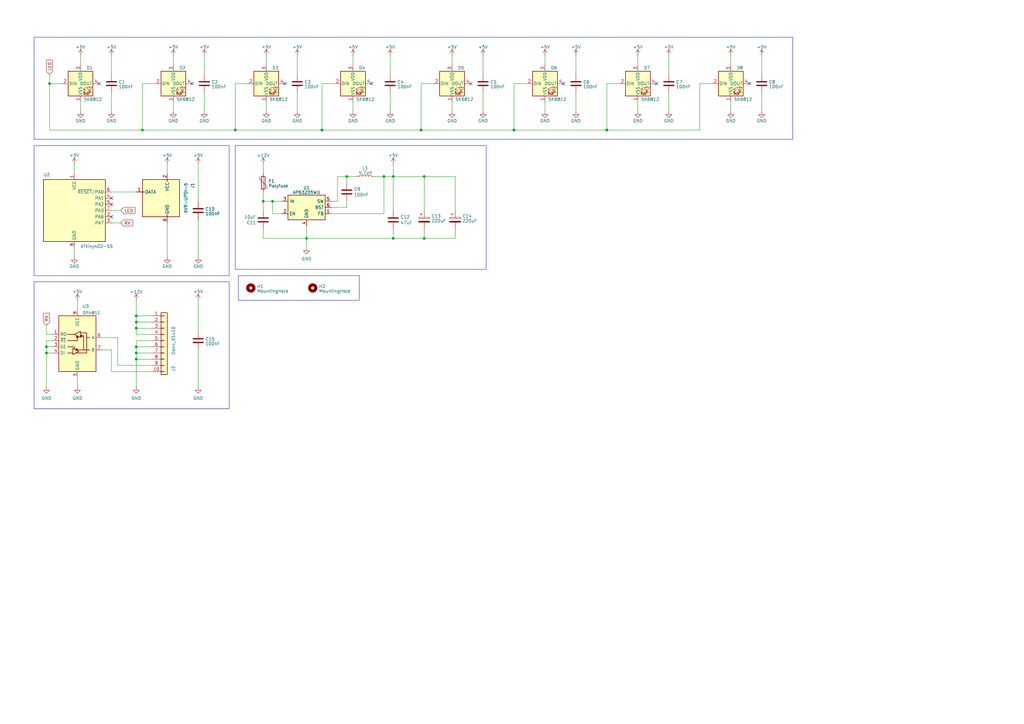
<source format=kicad_sch>
(kicad_sch (version 20230121) (generator eeschema)

  (uuid e63e39d7-6ac0-4ffd-8aa3-1841a4541b55)

  (paper "A3")

  (lib_symbols
    (symbol "Connector:AVR-UPDI-6" (pin_names (offset 1.016)) (in_bom yes) (on_board yes)
      (property "Reference" "J" (at -6.35 8.89 0)
        (effects (font (size 1.27 1.27)) (justify left))
      )
      (property "Value" "AVR-UPDI-6" (at 0 8.89 0)
        (effects (font (size 1.27 1.27)) (justify left))
      )
      (property "Footprint" "" (at -6.35 -1.27 90)
        (effects (font (size 1.27 1.27)) hide)
      )
      (property "Datasheet" "https://www.microchip.com/webdoc/GUID-9D10622A-5C16-4405-B092-1BDD437B4976/index.html?GUID-9B349315-2842-4189-B88C-49F4E1055D7F" (at -32.385 -13.97 0)
        (effects (font (size 1.27 1.27)) hide)
      )
      (property "ki_keywords" "AVR UPDI Connector" (at 0 0 0)
        (effects (font (size 1.27 1.27)) hide)
      )
      (property "ki_description" "Atmel 6-pin UPDI connector" (at 0 0 0)
        (effects (font (size 1.27 1.27)) hide)
      )
      (property "ki_fp_filters" "IDC?Header*2x03* Pin?Header*2x03*" (at 0 0 0)
        (effects (font (size 1.27 1.27)) hide)
      )
      (symbol "AVR-UPDI-6_0_1"
        (rectangle (start -2.667 -6.858) (end -2.413 -7.62)
          (stroke (width 0) (type default))
          (fill (type none))
        )
        (rectangle (start -2.667 7.62) (end -2.413 6.858)
          (stroke (width 0) (type default))
          (fill (type none))
        )
        (rectangle (start 7.62 2.667) (end 6.858 2.413)
          (stroke (width 0) (type default))
          (fill (type none))
        )
        (rectangle (start 7.62 7.62) (end -7.62 -7.62)
          (stroke (width 0.254) (type default))
          (fill (type background))
        )
      )
      (symbol "AVR-UPDI-6_1_1"
        (pin passive line (at 10.16 2.54 180) (length 2.54)
          (name "DATA" (effects (font (size 1.27 1.27))))
          (number "1" (effects (font (size 1.27 1.27))))
        )
        (pin passive line (at -2.54 10.16 270) (length 2.54)
          (name "VCC" (effects (font (size 1.27 1.27))))
          (number "2" (effects (font (size 1.27 1.27))))
        )
        (pin no_connect line (at 7.62 0 180) (length 2.54) hide
          (name "NC" (effects (font (size 1.27 1.27))))
          (number "3" (effects (font (size 1.27 1.27))))
        )
        (pin no_connect line (at 7.62 -2.54 180) (length 2.54) hide
          (name "NC" (effects (font (size 1.27 1.27))))
          (number "4" (effects (font (size 1.27 1.27))))
        )
        (pin no_connect line (at 7.62 -5.08 180) (length 2.54) hide
          (name "NC" (effects (font (size 1.27 1.27))))
          (number "5" (effects (font (size 1.27 1.27))))
        )
        (pin passive line (at -2.54 -10.16 90) (length 2.54)
          (name "GND" (effects (font (size 1.27 1.27))))
          (number "6" (effects (font (size 1.27 1.27))))
        )
      )
    )
    (symbol "Connector_Generic:Conn_01x10" (pin_names (offset 1.016) hide) (in_bom yes) (on_board yes)
      (property "Reference" "J" (at 0 12.7 0)
        (effects (font (size 1.27 1.27)))
      )
      (property "Value" "Conn_01x10" (at 0 -15.24 0)
        (effects (font (size 1.27 1.27)))
      )
      (property "Footprint" "" (at 0 0 0)
        (effects (font (size 1.27 1.27)) hide)
      )
      (property "Datasheet" "~" (at 0 0 0)
        (effects (font (size 1.27 1.27)) hide)
      )
      (property "ki_keywords" "connector" (at 0 0 0)
        (effects (font (size 1.27 1.27)) hide)
      )
      (property "ki_description" "Generic connector, single row, 01x10, script generated (kicad-library-utils/schlib/autogen/connector/)" (at 0 0 0)
        (effects (font (size 1.27 1.27)) hide)
      )
      (property "ki_fp_filters" "Connector*:*_1x??_*" (at 0 0 0)
        (effects (font (size 1.27 1.27)) hide)
      )
      (symbol "Conn_01x10_1_1"
        (rectangle (start -1.27 -12.573) (end 0 -12.827)
          (stroke (width 0.1524) (type default))
          (fill (type none))
        )
        (rectangle (start -1.27 -10.033) (end 0 -10.287)
          (stroke (width 0.1524) (type default))
          (fill (type none))
        )
        (rectangle (start -1.27 -7.493) (end 0 -7.747)
          (stroke (width 0.1524) (type default))
          (fill (type none))
        )
        (rectangle (start -1.27 -4.953) (end 0 -5.207)
          (stroke (width 0.1524) (type default))
          (fill (type none))
        )
        (rectangle (start -1.27 -2.413) (end 0 -2.667)
          (stroke (width 0.1524) (type default))
          (fill (type none))
        )
        (rectangle (start -1.27 0.127) (end 0 -0.127)
          (stroke (width 0.1524) (type default))
          (fill (type none))
        )
        (rectangle (start -1.27 2.667) (end 0 2.413)
          (stroke (width 0.1524) (type default))
          (fill (type none))
        )
        (rectangle (start -1.27 5.207) (end 0 4.953)
          (stroke (width 0.1524) (type default))
          (fill (type none))
        )
        (rectangle (start -1.27 7.747) (end 0 7.493)
          (stroke (width 0.1524) (type default))
          (fill (type none))
        )
        (rectangle (start -1.27 10.287) (end 0 10.033)
          (stroke (width 0.1524) (type default))
          (fill (type none))
        )
        (rectangle (start -1.27 11.43) (end 1.27 -13.97)
          (stroke (width 0.254) (type default))
          (fill (type background))
        )
        (pin passive line (at -5.08 10.16 0) (length 3.81)
          (name "Pin_1" (effects (font (size 1.27 1.27))))
          (number "1" (effects (font (size 1.27 1.27))))
        )
        (pin passive line (at -5.08 -12.7 0) (length 3.81)
          (name "Pin_10" (effects (font (size 1.27 1.27))))
          (number "10" (effects (font (size 1.27 1.27))))
        )
        (pin passive line (at -5.08 7.62 0) (length 3.81)
          (name "Pin_2" (effects (font (size 1.27 1.27))))
          (number "2" (effects (font (size 1.27 1.27))))
        )
        (pin passive line (at -5.08 5.08 0) (length 3.81)
          (name "Pin_3" (effects (font (size 1.27 1.27))))
          (number "3" (effects (font (size 1.27 1.27))))
        )
        (pin passive line (at -5.08 2.54 0) (length 3.81)
          (name "Pin_4" (effects (font (size 1.27 1.27))))
          (number "4" (effects (font (size 1.27 1.27))))
        )
        (pin passive line (at -5.08 0 0) (length 3.81)
          (name "Pin_5" (effects (font (size 1.27 1.27))))
          (number "5" (effects (font (size 1.27 1.27))))
        )
        (pin passive line (at -5.08 -2.54 0) (length 3.81)
          (name "Pin_6" (effects (font (size 1.27 1.27))))
          (number "6" (effects (font (size 1.27 1.27))))
        )
        (pin passive line (at -5.08 -5.08 0) (length 3.81)
          (name "Pin_7" (effects (font (size 1.27 1.27))))
          (number "7" (effects (font (size 1.27 1.27))))
        )
        (pin passive line (at -5.08 -7.62 0) (length 3.81)
          (name "Pin_8" (effects (font (size 1.27 1.27))))
          (number "8" (effects (font (size 1.27 1.27))))
        )
        (pin passive line (at -5.08 -10.16 0) (length 3.81)
          (name "Pin_9" (effects (font (size 1.27 1.27))))
          (number "9" (effects (font (size 1.27 1.27))))
        )
      )
    )
    (symbol "Device:C" (pin_numbers hide) (pin_names (offset 0.254)) (in_bom yes) (on_board yes)
      (property "Reference" "C" (at 0.635 2.54 0)
        (effects (font (size 1.27 1.27)) (justify left))
      )
      (property "Value" "C" (at 0.635 -2.54 0)
        (effects (font (size 1.27 1.27)) (justify left))
      )
      (property "Footprint" "" (at 0.9652 -3.81 0)
        (effects (font (size 1.27 1.27)) hide)
      )
      (property "Datasheet" "~" (at 0 0 0)
        (effects (font (size 1.27 1.27)) hide)
      )
      (property "ki_keywords" "cap capacitor" (at 0 0 0)
        (effects (font (size 1.27 1.27)) hide)
      )
      (property "ki_description" "Unpolarized capacitor" (at 0 0 0)
        (effects (font (size 1.27 1.27)) hide)
      )
      (property "ki_fp_filters" "C_*" (at 0 0 0)
        (effects (font (size 1.27 1.27)) hide)
      )
      (symbol "C_0_1"
        (polyline
          (pts
            (xy -2.032 -0.762)
            (xy 2.032 -0.762)
          )
          (stroke (width 0.508) (type default))
          (fill (type none))
        )
        (polyline
          (pts
            (xy -2.032 0.762)
            (xy 2.032 0.762)
          )
          (stroke (width 0.508) (type default))
          (fill (type none))
        )
      )
      (symbol "C_1_1"
        (pin passive line (at 0 3.81 270) (length 2.794)
          (name "~" (effects (font (size 1.27 1.27))))
          (number "1" (effects (font (size 1.27 1.27))))
        )
        (pin passive line (at 0 -3.81 90) (length 2.794)
          (name "~" (effects (font (size 1.27 1.27))))
          (number "2" (effects (font (size 1.27 1.27))))
        )
      )
    )
    (symbol "Device:C_Polarized" (pin_numbers hide) (pin_names (offset 0.254)) (in_bom yes) (on_board yes)
      (property "Reference" "C" (at 0.635 2.54 0)
        (effects (font (size 1.27 1.27)) (justify left))
      )
      (property "Value" "C_Polarized" (at 0.635 -2.54 0)
        (effects (font (size 1.27 1.27)) (justify left))
      )
      (property "Footprint" "" (at 0.9652 -3.81 0)
        (effects (font (size 1.27 1.27)) hide)
      )
      (property "Datasheet" "~" (at 0 0 0)
        (effects (font (size 1.27 1.27)) hide)
      )
      (property "ki_keywords" "cap capacitor" (at 0 0 0)
        (effects (font (size 1.27 1.27)) hide)
      )
      (property "ki_description" "Polarized capacitor" (at 0 0 0)
        (effects (font (size 1.27 1.27)) hide)
      )
      (property "ki_fp_filters" "CP_*" (at 0 0 0)
        (effects (font (size 1.27 1.27)) hide)
      )
      (symbol "C_Polarized_0_1"
        (rectangle (start -2.286 0.508) (end 2.286 1.016)
          (stroke (width 0) (type default))
          (fill (type none))
        )
        (polyline
          (pts
            (xy -1.778 2.286)
            (xy -0.762 2.286)
          )
          (stroke (width 0) (type default))
          (fill (type none))
        )
        (polyline
          (pts
            (xy -1.27 2.794)
            (xy -1.27 1.778)
          )
          (stroke (width 0) (type default))
          (fill (type none))
        )
        (rectangle (start 2.286 -0.508) (end -2.286 -1.016)
          (stroke (width 0) (type default))
          (fill (type outline))
        )
      )
      (symbol "C_Polarized_1_1"
        (pin passive line (at 0 3.81 270) (length 2.794)
          (name "~" (effects (font (size 1.27 1.27))))
          (number "1" (effects (font (size 1.27 1.27))))
        )
        (pin passive line (at 0 -3.81 90) (length 2.794)
          (name "~" (effects (font (size 1.27 1.27))))
          (number "2" (effects (font (size 1.27 1.27))))
        )
      )
    )
    (symbol "Device:L" (pin_numbers hide) (pin_names (offset 1.016) hide) (in_bom yes) (on_board yes)
      (property "Reference" "L" (at -1.27 0 90)
        (effects (font (size 1.27 1.27)))
      )
      (property "Value" "L" (at 1.905 0 90)
        (effects (font (size 1.27 1.27)))
      )
      (property "Footprint" "" (at 0 0 0)
        (effects (font (size 1.27 1.27)) hide)
      )
      (property "Datasheet" "~" (at 0 0 0)
        (effects (font (size 1.27 1.27)) hide)
      )
      (property "ki_keywords" "inductor choke coil reactor magnetic" (at 0 0 0)
        (effects (font (size 1.27 1.27)) hide)
      )
      (property "ki_description" "Inductor" (at 0 0 0)
        (effects (font (size 1.27 1.27)) hide)
      )
      (property "ki_fp_filters" "Choke_* *Coil* Inductor_* L_*" (at 0 0 0)
        (effects (font (size 1.27 1.27)) hide)
      )
      (symbol "L_0_1"
        (arc (start 0 -2.54) (mid 0.6323 -1.905) (end 0 -1.27)
          (stroke (width 0) (type default))
          (fill (type none))
        )
        (arc (start 0 -1.27) (mid 0.6323 -0.635) (end 0 0)
          (stroke (width 0) (type default))
          (fill (type none))
        )
        (arc (start 0 0) (mid 0.6323 0.635) (end 0 1.27)
          (stroke (width 0) (type default))
          (fill (type none))
        )
        (arc (start 0 1.27) (mid 0.6323 1.905) (end 0 2.54)
          (stroke (width 0) (type default))
          (fill (type none))
        )
      )
      (symbol "L_1_1"
        (pin passive line (at 0 3.81 270) (length 1.27)
          (name "1" (effects (font (size 1.27 1.27))))
          (number "1" (effects (font (size 1.27 1.27))))
        )
        (pin passive line (at 0 -3.81 90) (length 1.27)
          (name "2" (effects (font (size 1.27 1.27))))
          (number "2" (effects (font (size 1.27 1.27))))
        )
      )
    )
    (symbol "Device:Polyfuse" (pin_numbers hide) (pin_names (offset 0)) (in_bom yes) (on_board yes)
      (property "Reference" "F" (at -2.54 0 90)
        (effects (font (size 1.27 1.27)))
      )
      (property "Value" "Polyfuse" (at 2.54 0 90)
        (effects (font (size 1.27 1.27)))
      )
      (property "Footprint" "" (at 1.27 -5.08 0)
        (effects (font (size 1.27 1.27)) (justify left) hide)
      )
      (property "Datasheet" "~" (at 0 0 0)
        (effects (font (size 1.27 1.27)) hide)
      )
      (property "ki_keywords" "resettable fuse PTC PPTC polyfuse polyswitch" (at 0 0 0)
        (effects (font (size 1.27 1.27)) hide)
      )
      (property "ki_description" "Resettable fuse, polymeric positive temperature coefficient" (at 0 0 0)
        (effects (font (size 1.27 1.27)) hide)
      )
      (property "ki_fp_filters" "*polyfuse* *PTC*" (at 0 0 0)
        (effects (font (size 1.27 1.27)) hide)
      )
      (symbol "Polyfuse_0_1"
        (rectangle (start -0.762 2.54) (end 0.762 -2.54)
          (stroke (width 0.254) (type default))
          (fill (type none))
        )
        (polyline
          (pts
            (xy 0 2.54)
            (xy 0 -2.54)
          )
          (stroke (width 0) (type default))
          (fill (type none))
        )
        (polyline
          (pts
            (xy -1.524 2.54)
            (xy -1.524 1.524)
            (xy 1.524 -1.524)
            (xy 1.524 -2.54)
          )
          (stroke (width 0) (type default))
          (fill (type none))
        )
      )
      (symbol "Polyfuse_1_1"
        (pin passive line (at 0 3.81 270) (length 1.27)
          (name "~" (effects (font (size 1.27 1.27))))
          (number "1" (effects (font (size 1.27 1.27))))
        )
        (pin passive line (at 0 -3.81 90) (length 1.27)
          (name "~" (effects (font (size 1.27 1.27))))
          (number "2" (effects (font (size 1.27 1.27))))
        )
      )
    )
    (symbol "LED:SK6812" (pin_names (offset 0.254)) (in_bom yes) (on_board yes)
      (property "Reference" "D" (at 5.08 5.715 0)
        (effects (font (size 1.27 1.27)) (justify right bottom))
      )
      (property "Value" "SK6812" (at 1.27 -5.715 0)
        (effects (font (size 1.27 1.27)) (justify left top))
      )
      (property "Footprint" "LED_SMD:LED_SK6812_PLCC4_5.0x5.0mm_P3.2mm" (at 1.27 -7.62 0)
        (effects (font (size 1.27 1.27)) (justify left top) hide)
      )
      (property "Datasheet" "https://cdn-shop.adafruit.com/product-files/1138/SK6812+LED+datasheet+.pdf" (at 2.54 -9.525 0)
        (effects (font (size 1.27 1.27)) (justify left top) hide)
      )
      (property "ki_keywords" "RGB LED NeoPixel addressable" (at 0 0 0)
        (effects (font (size 1.27 1.27)) hide)
      )
      (property "ki_description" "RGB LED with integrated controller" (at 0 0 0)
        (effects (font (size 1.27 1.27)) hide)
      )
      (property "ki_fp_filters" "LED*SK6812*PLCC*5.0x5.0mm*P3.2mm*" (at 0 0 0)
        (effects (font (size 1.27 1.27)) hide)
      )
      (symbol "SK6812_0_0"
        (text "RGB" (at 2.286 -4.191 0)
          (effects (font (size 0.762 0.762)))
        )
      )
      (symbol "SK6812_0_1"
        (polyline
          (pts
            (xy 1.27 -3.556)
            (xy 1.778 -3.556)
          )
          (stroke (width 0) (type default))
          (fill (type none))
        )
        (polyline
          (pts
            (xy 1.27 -2.54)
            (xy 1.778 -2.54)
          )
          (stroke (width 0) (type default))
          (fill (type none))
        )
        (polyline
          (pts
            (xy 4.699 -3.556)
            (xy 2.667 -3.556)
          )
          (stroke (width 0) (type default))
          (fill (type none))
        )
        (polyline
          (pts
            (xy 2.286 -2.54)
            (xy 1.27 -3.556)
            (xy 1.27 -3.048)
          )
          (stroke (width 0) (type default))
          (fill (type none))
        )
        (polyline
          (pts
            (xy 2.286 -1.524)
            (xy 1.27 -2.54)
            (xy 1.27 -2.032)
          )
          (stroke (width 0) (type default))
          (fill (type none))
        )
        (polyline
          (pts
            (xy 3.683 -1.016)
            (xy 3.683 -3.556)
            (xy 3.683 -4.064)
          )
          (stroke (width 0) (type default))
          (fill (type none))
        )
        (polyline
          (pts
            (xy 4.699 -1.524)
            (xy 2.667 -1.524)
            (xy 3.683 -3.556)
            (xy 4.699 -1.524)
          )
          (stroke (width 0) (type default))
          (fill (type none))
        )
        (rectangle (start 5.08 5.08) (end -5.08 -5.08)
          (stroke (width 0.254) (type default))
          (fill (type background))
        )
      )
      (symbol "SK6812_1_1"
        (pin power_in line (at 0 -7.62 90) (length 2.54)
          (name "VSS" (effects (font (size 1.27 1.27))))
          (number "1" (effects (font (size 1.27 1.27))))
        )
        (pin input line (at -7.62 0 0) (length 2.54)
          (name "DIN" (effects (font (size 1.27 1.27))))
          (number "2" (effects (font (size 1.27 1.27))))
        )
        (pin power_in line (at 0 7.62 270) (length 2.54)
          (name "VDD" (effects (font (size 1.27 1.27))))
          (number "3" (effects (font (size 1.27 1.27))))
        )
        (pin output line (at 7.62 0 180) (length 2.54)
          (name "DOUT" (effects (font (size 1.27 1.27))))
          (number "4" (effects (font (size 1.27 1.27))))
        )
      )
    )
    (symbol "MCU_Microchip_ATtiny:ATtiny402-SS" (in_bom yes) (on_board yes)
      (property "Reference" "U" (at -12.7 13.97 0)
        (effects (font (size 1.27 1.27)) (justify left bottom))
      )
      (property "Value" "ATtiny402-SS" (at 2.54 -13.97 0)
        (effects (font (size 1.27 1.27)) (justify left top))
      )
      (property "Footprint" "Package_SO:SOIC-8_3.9x4.9mm_P1.27mm" (at 0 0 0)
        (effects (font (size 1.27 1.27) italic) hide)
      )
      (property "Datasheet" "http://ww1.microchip.com/downloads/en/DeviceDoc/ATtiny202-402-AVR-MCU-with-Core-Independent-Peripherals_and-picoPower-40001969A.pdf" (at 0 0 0)
        (effects (font (size 1.27 1.27)) hide)
      )
      (property "ki_keywords" "AVR 8bit Microcontroller tinyAVR" (at 0 0 0)
        (effects (font (size 1.27 1.27)) hide)
      )
      (property "ki_description" "20MHz, 4kB Flash, 256B SRAM, 128B EEPROM, SOIC-8" (at 0 0 0)
        (effects (font (size 1.27 1.27)) hide)
      )
      (property "ki_fp_filters" "SOIC*3.9x4.9mm*P1.27mm*" (at 0 0 0)
        (effects (font (size 1.27 1.27)) hide)
      )
      (symbol "ATtiny402-SS_0_1"
        (rectangle (start -12.7 -12.7) (end 12.7 12.7)
          (stroke (width 0.254) (type default))
          (fill (type background))
        )
      )
      (symbol "ATtiny402-SS_1_1"
        (pin power_in line (at 0 15.24 270) (length 2.54)
          (name "VCC" (effects (font (size 1.27 1.27))))
          (number "1" (effects (font (size 1.27 1.27))))
        )
        (pin bidirectional line (at 15.24 -2.54 180) (length 2.54)
          (name "PA6" (effects (font (size 1.27 1.27))))
          (number "2" (effects (font (size 1.27 1.27))))
        )
        (pin bidirectional line (at 15.24 -5.08 180) (length 2.54)
          (name "PA7" (effects (font (size 1.27 1.27))))
          (number "3" (effects (font (size 1.27 1.27))))
        )
        (pin bidirectional line (at 15.24 5.08 180) (length 2.54)
          (name "PA1" (effects (font (size 1.27 1.27))))
          (number "4" (effects (font (size 1.27 1.27))))
        )
        (pin bidirectional line (at 15.24 2.54 180) (length 2.54)
          (name "PA2" (effects (font (size 1.27 1.27))))
          (number "5" (effects (font (size 1.27 1.27))))
        )
        (pin bidirectional line (at 15.24 7.62 180) (length 2.54)
          (name "~{RESET}/PA0" (effects (font (size 1.27 1.27))))
          (number "6" (effects (font (size 1.27 1.27))))
        )
        (pin bidirectional line (at 15.24 0 180) (length 2.54)
          (name "PA3" (effects (font (size 1.27 1.27))))
          (number "7" (effects (font (size 1.27 1.27))))
        )
        (pin power_in line (at 0 -15.24 90) (length 2.54)
          (name "GND" (effects (font (size 1.27 1.27))))
          (number "8" (effects (font (size 1.27 1.27))))
        )
      )
    )
    (symbol "Mechanical:MountingHole" (pin_names (offset 1.016)) (in_bom yes) (on_board yes)
      (property "Reference" "H" (at 0 5.08 0)
        (effects (font (size 1.27 1.27)))
      )
      (property "Value" "MountingHole" (at 0 3.175 0)
        (effects (font (size 1.27 1.27)))
      )
      (property "Footprint" "" (at 0 0 0)
        (effects (font (size 1.27 1.27)) hide)
      )
      (property "Datasheet" "~" (at 0 0 0)
        (effects (font (size 1.27 1.27)) hide)
      )
      (property "ki_keywords" "mounting hole" (at 0 0 0)
        (effects (font (size 1.27 1.27)) hide)
      )
      (property "ki_description" "Mounting Hole without connection" (at 0 0 0)
        (effects (font (size 1.27 1.27)) hide)
      )
      (property "ki_fp_filters" "MountingHole*" (at 0 0 0)
        (effects (font (size 1.27 1.27)) hide)
      )
      (symbol "MountingHole_0_1"
        (circle (center 0 0) (radius 1.27)
          (stroke (width 1.27) (type default))
          (fill (type none))
        )
      )
    )
    (symbol "Regulator_Switching:AP63205WU" (in_bom yes) (on_board yes)
      (property "Reference" "U" (at -7.62 6.35 0)
        (effects (font (size 1.27 1.27)))
      )
      (property "Value" "AP63205WU" (at 2.54 6.35 0)
        (effects (font (size 1.27 1.27)))
      )
      (property "Footprint" "Package_TO_SOT_SMD:TSOT-23-6" (at 0 -22.86 0)
        (effects (font (size 1.27 1.27)) hide)
      )
      (property "Datasheet" "https://www.diodes.com/assets/Datasheets/AP63200-AP63201-AP63203-AP63205.pdf" (at 0 0 0)
        (effects (font (size 1.27 1.27)) hide)
      )
      (property "ki_keywords" "2A Buck DC/DC" (at 0 0 0)
        (effects (font (size 1.27 1.27)) hide)
      )
      (property "ki_description" "2A, 1.1MHz Buck DC/DC Converter, fixed 5.0V output voltage, TSOT-23-6" (at 0 0 0)
        (effects (font (size 1.27 1.27)) hide)
      )
      (property "ki_fp_filters" "TSOT?23*" (at 0 0 0)
        (effects (font (size 1.27 1.27)) hide)
      )
      (symbol "AP63205WU_0_1"
        (rectangle (start -7.62 5.08) (end 7.62 -5.08)
          (stroke (width 0.254) (type default))
          (fill (type background))
        )
      )
      (symbol "AP63205WU_1_1"
        (pin input line (at 10.16 -2.54 180) (length 2.54)
          (name "FB" (effects (font (size 1.27 1.27))))
          (number "1" (effects (font (size 1.27 1.27))))
        )
        (pin input line (at -10.16 -2.54 0) (length 2.54)
          (name "EN" (effects (font (size 1.27 1.27))))
          (number "2" (effects (font (size 1.27 1.27))))
        )
        (pin power_in line (at -10.16 2.54 0) (length 2.54)
          (name "IN" (effects (font (size 1.27 1.27))))
          (number "3" (effects (font (size 1.27 1.27))))
        )
        (pin power_in line (at 0 -7.62 90) (length 2.54)
          (name "GND" (effects (font (size 1.27 1.27))))
          (number "4" (effects (font (size 1.27 1.27))))
        )
        (pin output line (at 10.16 2.54 180) (length 2.54)
          (name "SW" (effects (font (size 1.27 1.27))))
          (number "5" (effects (font (size 1.27 1.27))))
        )
        (pin passive line (at 10.16 0 180) (length 2.54)
          (name "BST" (effects (font (size 1.27 1.27))))
          (number "6" (effects (font (size 1.27 1.27))))
        )
      )
    )
    (symbol "kiu:SP481E" (in_bom yes) (on_board yes)
      (property "Reference" "U" (at 3.81 12.7 0)
        (effects (font (size 1.27 1.27)))
      )
      (property "Value" "SP481E" (at 7.62 -12.7 0)
        (effects (font (size 1.27 1.27)) (justify right))
      )
      (property "Footprint" "" (at 0 0 0)
        (effects (font (size 1.27 1.27)) hide)
      )
      (property "Datasheet" "" (at 0 0 0)
        (effects (font (size 1.27 1.27)) hide)
      )
      (symbol "SP481E_0_1"
        (rectangle (start -7.62 11.43) (end 7.62 -11.43)
          (stroke (width 0.254) (type default))
          (fill (type background))
        )
        (circle (center -0.3048 -2.413) (radius 0.3556)
          (stroke (width 0.254) (type default))
          (fill (type outline))
        )
        (circle (center -0.0254 2.7686) (radius 0.3556)
          (stroke (width 0.254) (type default))
          (fill (type outline))
        )
        (polyline
          (pts
            (xy -4.064 -3.81)
            (xy -1.905 -3.81)
          )
          (stroke (width 0.254) (type default))
          (fill (type none))
        )
        (polyline
          (pts
            (xy -4.064 3.81)
            (xy -1.27 3.81)
          )
          (stroke (width 0.254) (type default))
          (fill (type none))
        )
        (polyline
          (pts
            (xy -1.27 -1.9304)
            (xy -1.27 -2.1844)
          )
          (stroke (width 0.254) (type default))
          (fill (type none))
        )
        (polyline
          (pts
            (xy -0.635 -3.81)
            (xy 3.81 -3.81)
          )
          (stroke (width 0.254) (type default))
          (fill (type none))
        )
        (polyline
          (pts
            (xy 1.27 3.175)
            (xy 2.54 3.175)
          )
          (stroke (width 0.254) (type default))
          (fill (type none))
        )
        (polyline
          (pts
            (xy 2.54 -2.54)
            (xy 5.08 -2.54)
          )
          (stroke (width 0.254) (type default))
          (fill (type none))
        )
        (polyline
          (pts
            (xy 3.81 2.54)
            (xy 5.08 2.54)
          )
          (stroke (width 0.254) (type default))
          (fill (type none))
        )
        (polyline
          (pts
            (xy -4.064 -1.27)
            (xy -1.27 -1.27)
            (xy -1.27 -1.905)
          )
          (stroke (width 0.254) (type default))
          (fill (type none))
        )
        (polyline
          (pts
            (xy 0 2.54)
            (xy 0 1.27)
            (xy -4.064 1.27)
          )
          (stroke (width 0.254) (type default))
          (fill (type none))
        )
        (polyline
          (pts
            (xy 1.27 4.445)
            (xy 3.81 4.445)
            (xy 3.81 -3.81)
          )
          (stroke (width 0.254) (type default))
          (fill (type none))
        )
        (polyline
          (pts
            (xy 2.54 3.175)
            (xy 2.54 -2.54)
            (xy 0 -2.54)
          )
          (stroke (width 0.254) (type default))
          (fill (type none))
        )
        (polyline
          (pts
            (xy -1.905 -1.905)
            (xy -1.905 -4.445)
            (xy 0.635 -3.175)
            (xy -1.905 -1.905)
          )
          (stroke (width 0.254) (type default))
          (fill (type none))
        )
        (polyline
          (pts
            (xy -1.27 3.81)
            (xy 1.27 5.08)
            (xy 1.27 2.54)
            (xy -1.27 3.81)
          )
          (stroke (width 0.254) (type default))
          (fill (type none))
        )
        (rectangle (start 1.27 4.445) (end 1.27 4.445)
          (stroke (width 0) (type default))
          (fill (type none))
        )
        (circle (center 1.651 3.175) (radius 0.3556)
          (stroke (width 0.254) (type default))
          (fill (type outline))
        )
      )
      (symbol "SP481E_1_1"
        (pin output line (at -10.16 3.81 0) (length 2.54)
          (name "RO" (effects (font (size 1.27 1.27))))
          (number "1" (effects (font (size 1.27 1.27))))
        )
        (pin input line (at -10.16 1.27 0) (length 2.54)
          (name "~{RE}" (effects (font (size 1.27 1.27))))
          (number "2" (effects (font (size 1.27 1.27))))
        )
        (pin input line (at -10.16 -1.27 0) (length 2.54)
          (name "DE" (effects (font (size 1.27 1.27))))
          (number "3" (effects (font (size 1.27 1.27))))
        )
        (pin input line (at -10.16 -3.81 0) (length 2.54)
          (name "DI" (effects (font (size 1.27 1.27))))
          (number "4" (effects (font (size 1.27 1.27))))
        )
        (pin power_in line (at 0 -13.97 90) (length 2.54)
          (name "GND" (effects (font (size 1.27 1.27))))
          (number "5" (effects (font (size 1.27 1.27))))
        )
        (pin bidirectional line (at 10.16 2.54 180) (length 2.54)
          (name "A" (effects (font (size 1.27 1.27))))
          (number "6" (effects (font (size 1.27 1.27))))
        )
        (pin bidirectional line (at 10.16 -2.54 180) (length 2.54)
          (name "B" (effects (font (size 1.27 1.27))))
          (number "7" (effects (font (size 1.27 1.27))))
        )
        (pin power_in line (at 0 13.97 270) (length 2.54)
          (name "VCC" (effects (font (size 1.27 1.27))))
          (number "8" (effects (font (size 1.27 1.27))))
        )
      )
    )
    (symbol "power:+12V" (power) (pin_names (offset 0)) (in_bom yes) (on_board yes)
      (property "Reference" "#PWR" (at 0 -3.81 0)
        (effects (font (size 1.27 1.27)) hide)
      )
      (property "Value" "+12V" (at 0 3.556 0)
        (effects (font (size 1.27 1.27)))
      )
      (property "Footprint" "" (at 0 0 0)
        (effects (font (size 1.27 1.27)) hide)
      )
      (property "Datasheet" "" (at 0 0 0)
        (effects (font (size 1.27 1.27)) hide)
      )
      (property "ki_keywords" "global power" (at 0 0 0)
        (effects (font (size 1.27 1.27)) hide)
      )
      (property "ki_description" "Power symbol creates a global label with name \"+12V\"" (at 0 0 0)
        (effects (font (size 1.27 1.27)) hide)
      )
      (symbol "+12V_0_1"
        (polyline
          (pts
            (xy -0.762 1.27)
            (xy 0 2.54)
          )
          (stroke (width 0) (type default))
          (fill (type none))
        )
        (polyline
          (pts
            (xy 0 0)
            (xy 0 2.54)
          )
          (stroke (width 0) (type default))
          (fill (type none))
        )
        (polyline
          (pts
            (xy 0 2.54)
            (xy 0.762 1.27)
          )
          (stroke (width 0) (type default))
          (fill (type none))
        )
      )
      (symbol "+12V_1_1"
        (pin power_in line (at 0 0 90) (length 0) hide
          (name "+12V" (effects (font (size 1.27 1.27))))
          (number "1" (effects (font (size 1.27 1.27))))
        )
      )
    )
    (symbol "power:+5V" (power) (pin_names (offset 0)) (in_bom yes) (on_board yes)
      (property "Reference" "#PWR" (at 0 -3.81 0)
        (effects (font (size 1.27 1.27)) hide)
      )
      (property "Value" "+5V" (at 0 3.556 0)
        (effects (font (size 1.27 1.27)))
      )
      (property "Footprint" "" (at 0 0 0)
        (effects (font (size 1.27 1.27)) hide)
      )
      (property "Datasheet" "" (at 0 0 0)
        (effects (font (size 1.27 1.27)) hide)
      )
      (property "ki_keywords" "global power" (at 0 0 0)
        (effects (font (size 1.27 1.27)) hide)
      )
      (property "ki_description" "Power symbol creates a global label with name \"+5V\"" (at 0 0 0)
        (effects (font (size 1.27 1.27)) hide)
      )
      (symbol "+5V_0_1"
        (polyline
          (pts
            (xy -0.762 1.27)
            (xy 0 2.54)
          )
          (stroke (width 0) (type default))
          (fill (type none))
        )
        (polyline
          (pts
            (xy 0 0)
            (xy 0 2.54)
          )
          (stroke (width 0) (type default))
          (fill (type none))
        )
        (polyline
          (pts
            (xy 0 2.54)
            (xy 0.762 1.27)
          )
          (stroke (width 0) (type default))
          (fill (type none))
        )
      )
      (symbol "+5V_1_1"
        (pin power_in line (at 0 0 90) (length 0) hide
          (name "+5V" (effects (font (size 1.27 1.27))))
          (number "1" (effects (font (size 1.27 1.27))))
        )
      )
    )
    (symbol "power:GND" (power) (pin_names (offset 0)) (in_bom yes) (on_board yes)
      (property "Reference" "#PWR" (at 0 -6.35 0)
        (effects (font (size 1.27 1.27)) hide)
      )
      (property "Value" "GND" (at 0 -3.81 0)
        (effects (font (size 1.27 1.27)))
      )
      (property "Footprint" "" (at 0 0 0)
        (effects (font (size 1.27 1.27)) hide)
      )
      (property "Datasheet" "" (at 0 0 0)
        (effects (font (size 1.27 1.27)) hide)
      )
      (property "ki_keywords" "global power" (at 0 0 0)
        (effects (font (size 1.27 1.27)) hide)
      )
      (property "ki_description" "Power symbol creates a global label with name \"GND\" , ground" (at 0 0 0)
        (effects (font (size 1.27 1.27)) hide)
      )
      (symbol "GND_0_1"
        (polyline
          (pts
            (xy 0 0)
            (xy 0 -1.27)
            (xy 1.27 -1.27)
            (xy 0 -2.54)
            (xy -1.27 -1.27)
            (xy 0 -1.27)
          )
          (stroke (width 0) (type default))
          (fill (type none))
        )
      )
      (symbol "GND_1_1"
        (pin power_in line (at 0 0 270) (length 0) hide
          (name "GND" (effects (font (size 1.27 1.27))))
          (number "1" (effects (font (size 1.27 1.27))))
        )
      )
    )
  )

  (junction (at 132.08 53.34) (diameter 0) (color 0 0 0 0)
    (uuid 1e5cf154-bd3d-4934-b90c-8725273312a3)
  )
  (junction (at 55.88 129.54) (diameter 0) (color 0 0 0 0)
    (uuid 2063729e-eba6-4baa-8b6f-d82e862dc035)
  )
  (junction (at 55.88 142.24) (diameter 0) (color 0 0 0 0)
    (uuid 210b4586-7fb1-453c-a012-150951ba2378)
  )
  (junction (at 55.88 134.62) (diameter 0) (color 0 0 0 0)
    (uuid 4717d0fe-4403-41d8-b34e-f32ad0c89ac4)
  )
  (junction (at 125.73 97.79) (diameter 0) (color 0 0 0 0)
    (uuid 5d417adf-6c4e-44d8-a75d-6da776fbc7dc)
  )
  (junction (at 173.99 72.39) (diameter 0) (color 0 0 0 0)
    (uuid 5e56f492-a487-4b28-b8ce-9034ec08ac3c)
  )
  (junction (at 111.76 82.55) (diameter 0) (color 0 0 0 0)
    (uuid 5fff1880-9c93-4eea-9ff0-604065b71f34)
  )
  (junction (at 157.48 72.39) (diameter 0) (color 0 0 0 0)
    (uuid 6cf7cc28-4a8f-4eab-8c0d-88baa88092a5)
  )
  (junction (at 173.99 97.79) (diameter 0) (color 0 0 0 0)
    (uuid 7041c54b-f012-4e94-8bbc-5491e4736a54)
  )
  (junction (at 96.52 53.34) (diameter 0) (color 0 0 0 0)
    (uuid 78aa32e1-bf02-47b4-a3f3-04356c91f369)
  )
  (junction (at 142.24 72.39) (diameter 0) (color 0 0 0 0)
    (uuid 78f26776-641c-46cf-819d-06197135ca81)
  )
  (junction (at 172.72 53.34) (diameter 0) (color 0 0 0 0)
    (uuid 7ab9380b-d7b1-466e-81b3-835359871e56)
  )
  (junction (at 19.05 142.24) (diameter 0) (color 0 0 0 0)
    (uuid 80bb04a2-d42a-46d4-a330-47cb1ed93a63)
  )
  (junction (at 161.29 72.39) (diameter 0) (color 0 0 0 0)
    (uuid 8cdaed1a-5302-4eeb-8888-71349e120428)
  )
  (junction (at 19.05 144.78) (diameter 0) (color 0 0 0 0)
    (uuid 8f0227c3-8242-4fc0-90b5-80d581bddba1)
  )
  (junction (at 58.42 53.34) (diameter 0) (color 0 0 0 0)
    (uuid 9db8529c-f5b7-48bd-a163-9aab4355d53c)
  )
  (junction (at 55.88 132.08) (diameter 0) (color 0 0 0 0)
    (uuid a623a541-6c5f-4a82-a0ec-79f85b6b21ef)
  )
  (junction (at 210.82 53.34) (diameter 0) (color 0 0 0 0)
    (uuid ae77d230-0ec7-47e0-a1b3-fe892a074504)
  )
  (junction (at 55.88 144.78) (diameter 0) (color 0 0 0 0)
    (uuid b44b23f0-bd88-4300-979d-37f303b9f6a0)
  )
  (junction (at 20.32 34.29) (diameter 0) (color 0 0 0 0)
    (uuid b544353a-64c0-488b-897c-5e4029163cc5)
  )
  (junction (at 248.92 53.34) (diameter 0) (color 0 0 0 0)
    (uuid cab4f30f-2dd2-49db-a654-d6c3338cc04c)
  )
  (junction (at 55.88 147.32) (diameter 0) (color 0 0 0 0)
    (uuid de4e28a4-f0a0-4ef4-a0e6-d72af2d37a67)
  )
  (junction (at 107.95 82.55) (diameter 0) (color 0 0 0 0)
    (uuid ee559f56-38d5-4cbf-91d4-1d68928a7f85)
  )
  (junction (at 161.29 97.79) (diameter 0) (color 0 0 0 0)
    (uuid ff7fe62e-bb08-46af-9c59-669ad62ac775)
  )

  (no_connect (at 152.4 34.29) (uuid 1110fa2e-4319-4a75-a99f-1206edda07e2))
  (no_connect (at 269.24 34.29) (uuid 17a9732a-8506-4395-afed-1706a0fb2227))
  (no_connect (at 307.34 34.29) (uuid 2fb56523-4d2b-405e-9608-9f772eb1540d))
  (no_connect (at 45.72 83.82) (uuid 43c88a60-cb42-4d3e-b027-3a1acac2b10b))
  (no_connect (at 231.14 34.29) (uuid 5fb16f8d-eb1b-45ab-9b5a-42c68ca152b5))
  (no_connect (at 40.64 34.29) (uuid 9c14267f-6955-4cc5-8c22-dcfb61b20167))
  (no_connect (at 193.04 34.29) (uuid ba034257-9c5f-48d2-bf0b-f55defc5684f))
  (no_connect (at 78.74 34.29) (uuid c09b6e87-c0ab-4bea-97e9-9f17474df326))
  (no_connect (at 45.72 88.9) (uuid c553970b-38b9-48c0-bcb6-1d109d6190ff))
  (no_connect (at 45.72 81.28) (uuid db755903-df5e-4a2c-963a-becd79dc86cf))
  (no_connect (at 116.84 34.29) (uuid fc2c10a7-5ffc-4ebf-ae6b-2295c77dc603))

  (wire (pts (xy 144.78 41.91) (xy 144.78 45.72))
    (stroke (width 0) (type default))
    (uuid 01fed917-2bf6-4f12-84a9-735bf9b1a135)
  )
  (wire (pts (xy 173.99 97.79) (xy 186.69 97.79))
    (stroke (width 0) (type default))
    (uuid 0248f25d-b95e-43d2-ae88-cd41a432285b)
  )
  (wire (pts (xy 107.95 67.31) (xy 107.95 71.12))
    (stroke (width 0) (type default))
    (uuid 042fac7a-0283-4ddc-9c9f-acd48d4034f3)
  )
  (wire (pts (xy 58.42 34.29) (xy 63.5 34.29))
    (stroke (width 0) (type default))
    (uuid 056283bc-8324-419c-85cb-4c3d78ae0b74)
  )
  (wire (pts (xy 186.69 86.36) (xy 186.69 72.39))
    (stroke (width 0) (type default))
    (uuid 057780e1-e03f-4f35-bbe0-f73d5c9251d7)
  )
  (wire (pts (xy 186.69 97.79) (xy 186.69 93.98))
    (stroke (width 0) (type default))
    (uuid 057e5e60-f368-4934-99d8-37c6a71eac5e)
  )
  (wire (pts (xy 68.58 67.31) (xy 68.58 71.12))
    (stroke (width 0) (type default))
    (uuid 07a13e75-12eb-42c3-b240-eddfab143742)
  )
  (wire (pts (xy 55.88 129.54) (xy 55.88 132.08))
    (stroke (width 0) (type default))
    (uuid 07a4b2ac-9f11-447e-964e-4a11322b93e4)
  )
  (wire (pts (xy 55.88 142.24) (xy 55.88 144.78))
    (stroke (width 0) (type default))
    (uuid 07c4c238-6403-4327-b6d6-e3cef522d132)
  )
  (wire (pts (xy 19.05 142.24) (xy 19.05 144.78))
    (stroke (width 0) (type default))
    (uuid 09efb964-60aa-4958-927a-864d7c24ce21)
  )
  (wire (pts (xy 161.29 72.39) (xy 173.99 72.39))
    (stroke (width 0) (type default))
    (uuid 0b8b5653-9c79-4a6c-a471-9eb94d0e786d)
  )
  (wire (pts (xy 20.32 30.48) (xy 20.32 34.29))
    (stroke (width 0) (type default))
    (uuid 0f77392c-5cf0-40b4-bc5a-12ab9e234c44)
  )
  (wire (pts (xy 144.78 22.86) (xy 144.78 26.67))
    (stroke (width 0) (type default))
    (uuid 1295e6df-876d-430f-bf80-18c235d21db9)
  )
  (wire (pts (xy 248.92 34.29) (xy 254 34.29))
    (stroke (width 0) (type default))
    (uuid 13a66714-b6d3-470b-8795-c55831d2d7d3)
  )
  (wire (pts (xy 55.88 142.24) (xy 62.23 142.24))
    (stroke (width 0) (type default))
    (uuid 16730711-7f10-43a4-bfc6-446fa858de0e)
  )
  (wire (pts (xy 248.92 53.34) (xy 248.92 34.29))
    (stroke (width 0) (type default))
    (uuid 17846992-e428-47b4-9531-362a43dd7b5a)
  )
  (wire (pts (xy 125.73 97.79) (xy 161.29 97.79))
    (stroke (width 0) (type default))
    (uuid 17e82789-8845-450e-b207-bb8048455eaa)
  )
  (wire (pts (xy 83.82 38.1) (xy 83.82 45.72))
    (stroke (width 0) (type default))
    (uuid 193c4177-81fd-4460-bc9b-42cb077360ea)
  )
  (wire (pts (xy 41.91 138.43) (xy 48.26 138.43))
    (stroke (width 0) (type default))
    (uuid 1a3b3ac1-1149-4af0-88a5-7f64e33c4898)
  )
  (wire (pts (xy 223.52 22.86) (xy 223.52 26.67))
    (stroke (width 0) (type default))
    (uuid 1adeaaf6-88e1-476a-98e1-7a1af31c6ea7)
  )
  (wire (pts (xy 312.42 38.1) (xy 312.42 45.72))
    (stroke (width 0) (type default))
    (uuid 1af502f7-a546-4da7-a1e2-ea8e08ae359b)
  )
  (wire (pts (xy 109.22 22.86) (xy 109.22 26.67))
    (stroke (width 0) (type default))
    (uuid 1bc83899-5229-498e-aa33-04f2dd909a3a)
  )
  (wire (pts (xy 25.4 34.29) (xy 20.32 34.29))
    (stroke (width 0) (type default))
    (uuid 1c3b4867-8971-4ee0-92f2-deb2dbaaba63)
  )
  (wire (pts (xy 19.05 139.7) (xy 19.05 142.24))
    (stroke (width 0) (type default))
    (uuid 1ebc3cc9-db33-4a34-9728-0a83b690bb2c)
  )
  (wire (pts (xy 55.88 144.78) (xy 55.88 147.32))
    (stroke (width 0) (type default))
    (uuid 230e039b-1200-49f4-9764-81cfdd0b465a)
  )
  (wire (pts (xy 55.88 147.32) (xy 55.88 158.75))
    (stroke (width 0) (type default))
    (uuid 29ca74a9-08cf-437e-b976-0ab15a83e98e)
  )
  (wire (pts (xy 299.72 22.86) (xy 299.72 26.67))
    (stroke (width 0) (type default))
    (uuid 2dd7f532-bb76-4d35-8f38-5bf3e1bf1089)
  )
  (wire (pts (xy 287.02 34.29) (xy 292.1 34.29))
    (stroke (width 0) (type default))
    (uuid 306ab358-a6c3-4ee1-8b32-5ea2dbf44cb9)
  )
  (wire (pts (xy 287.02 53.34) (xy 287.02 34.29))
    (stroke (width 0) (type default))
    (uuid 307d4641-51cf-4a12-9803-319ca0fd14c5)
  )
  (wire (pts (xy 121.92 38.1) (xy 121.92 45.72))
    (stroke (width 0) (type default))
    (uuid 31712439-facd-4376-9b1a-4f0ab276f421)
  )
  (wire (pts (xy 107.95 82.55) (xy 111.76 82.55))
    (stroke (width 0) (type default))
    (uuid 31b854b7-1a16-4673-8c01-78548e0ebf6e)
  )
  (wire (pts (xy 30.48 67.31) (xy 30.48 71.12))
    (stroke (width 0) (type default))
    (uuid 35511fe2-42fd-4b35-9d54-15a712518634)
  )
  (wire (pts (xy 58.42 53.34) (xy 96.52 53.34))
    (stroke (width 0) (type default))
    (uuid 36f915d3-638a-4bfb-afe2-2e843673fcea)
  )
  (wire (pts (xy 132.08 53.34) (xy 172.72 53.34))
    (stroke (width 0) (type default))
    (uuid 375d6dba-77e6-46c2-92d7-92c744c32ae8)
  )
  (wire (pts (xy 132.08 53.34) (xy 132.08 34.29))
    (stroke (width 0) (type default))
    (uuid 382984f9-30b1-4445-a448-c1402e7c39a0)
  )
  (wire (pts (xy 55.88 132.08) (xy 62.23 132.08))
    (stroke (width 0) (type default))
    (uuid 3903491a-81fe-4388-bfed-3194999660b5)
  )
  (wire (pts (xy 62.23 137.16) (xy 55.88 137.16))
    (stroke (width 0) (type default))
    (uuid 39597e81-f70e-461a-8b54-a3cbec89ae00)
  )
  (wire (pts (xy 236.22 38.1) (xy 236.22 45.72))
    (stroke (width 0) (type default))
    (uuid 3a19f3b6-3089-4c19-b92f-245bd92376b2)
  )
  (wire (pts (xy 109.22 41.91) (xy 109.22 45.72))
    (stroke (width 0) (type default))
    (uuid 3b3f6d72-8574-421d-838d-3d640103c2b8)
  )
  (wire (pts (xy 48.26 149.86) (xy 48.26 138.43))
    (stroke (width 0) (type default))
    (uuid 3d149919-51a7-4190-8da0-c6400f1ad8cf)
  )
  (wire (pts (xy 186.69 72.39) (xy 173.99 72.39))
    (stroke (width 0) (type default))
    (uuid 3e7fa9ab-bd13-4bac-b851-0b6dfe24295b)
  )
  (wire (pts (xy 198.12 38.1) (xy 198.12 45.72))
    (stroke (width 0) (type default))
    (uuid 421d024e-1d86-43ef-92f7-c0aadc6fcbcf)
  )
  (wire (pts (xy 160.02 22.86) (xy 160.02 30.48))
    (stroke (width 0) (type default))
    (uuid 4740f3cc-3915-479a-921e-f23e898eed14)
  )
  (wire (pts (xy 81.28 143.51) (xy 81.28 158.75))
    (stroke (width 0) (type default))
    (uuid 5018486f-0e73-4b10-b770-32614e213230)
  )
  (wire (pts (xy 157.48 87.63) (xy 157.48 72.39))
    (stroke (width 0) (type default))
    (uuid 522de123-faa1-492b-a989-de30be29995d)
  )
  (wire (pts (xy 111.76 87.63) (xy 115.57 87.63))
    (stroke (width 0) (type default))
    (uuid 52f691fc-9720-465f-a3df-b77ec1313d00)
  )
  (wire (pts (xy 198.12 22.86) (xy 198.12 30.48))
    (stroke (width 0) (type default))
    (uuid 557b225a-b0d9-4614-bdf3-f4ec6ef89f94)
  )
  (wire (pts (xy 55.88 123.19) (xy 55.88 129.54))
    (stroke (width 0) (type default))
    (uuid 58475425-b42f-4af3-9c27-3bfb381b9dbc)
  )
  (wire (pts (xy 71.12 22.86) (xy 71.12 26.67))
    (stroke (width 0) (type default))
    (uuid 5968bf51-f8cb-410a-8413-35552bc63278)
  )
  (wire (pts (xy 96.52 53.34) (xy 96.52 34.29))
    (stroke (width 0) (type default))
    (uuid 59d0e31e-be45-4e90-9f4b-81c86407556f)
  )
  (wire (pts (xy 299.72 41.91) (xy 299.72 45.72))
    (stroke (width 0) (type default))
    (uuid 5ac4f744-f6ef-4e90-be67-bfa3a3e627a3)
  )
  (wire (pts (xy 81.28 123.19) (xy 81.28 135.89))
    (stroke (width 0) (type default))
    (uuid 5d85afe6-58a2-4400-bd14-210d5a3c4041)
  )
  (wire (pts (xy 236.22 22.86) (xy 236.22 30.48))
    (stroke (width 0) (type default))
    (uuid 5d9a2257-8ff6-48d3-900a-faf2ee8ca040)
  )
  (wire (pts (xy 161.29 93.98) (xy 161.29 97.79))
    (stroke (width 0) (type default))
    (uuid 5de968a1-1477-4e59-99d5-82156e26acb7)
  )
  (wire (pts (xy 41.91 143.51) (xy 45.72 143.51))
    (stroke (width 0) (type default))
    (uuid 5f6b5c30-781a-4047-9227-2733b7cc980c)
  )
  (wire (pts (xy 55.88 147.32) (xy 62.23 147.32))
    (stroke (width 0) (type default))
    (uuid 62176864-d0cf-476b-8cca-51d4d8c36c5c)
  )
  (wire (pts (xy 33.02 22.86) (xy 33.02 26.67))
    (stroke (width 0) (type default))
    (uuid 628f554f-07cd-47c0-8480-60fd51fbb7a8)
  )
  (wire (pts (xy 161.29 97.79) (xy 173.99 97.79))
    (stroke (width 0) (type default))
    (uuid 63c08700-c837-4652-8a56-11d89b89a312)
  )
  (wire (pts (xy 210.82 53.34) (xy 210.82 34.29))
    (stroke (width 0) (type default))
    (uuid 63d5966c-fe21-4481-ad60-456be465acd1)
  )
  (wire (pts (xy 83.82 22.86) (xy 83.82 30.48))
    (stroke (width 0) (type default))
    (uuid 642487fc-4e8a-40fb-8438-94a085b90ab1)
  )
  (wire (pts (xy 173.99 93.98) (xy 173.99 97.79))
    (stroke (width 0) (type default))
    (uuid 64b3e360-6d53-4171-8b91-a4fdf8f647d4)
  )
  (wire (pts (xy 55.88 139.7) (xy 55.88 142.24))
    (stroke (width 0) (type default))
    (uuid 65e36e29-7a79-403a-a1b5-d40ad42edffb)
  )
  (wire (pts (xy 160.02 38.1) (xy 160.02 45.72))
    (stroke (width 0) (type default))
    (uuid 6af35652-0e16-4381-a427-a1695c0cf6fa)
  )
  (wire (pts (xy 19.05 144.78) (xy 21.59 144.78))
    (stroke (width 0) (type default))
    (uuid 6cfe25c4-c974-4411-8772-a9c3a292da34)
  )
  (wire (pts (xy 81.28 90.17) (xy 81.28 105.41))
    (stroke (width 0) (type default))
    (uuid 6db894e2-2f1e-4e62-b79a-ac8322f350de)
  )
  (wire (pts (xy 161.29 67.31) (xy 161.29 72.39))
    (stroke (width 0) (type default))
    (uuid 6f0c2c85-9739-4a6d-868b-ad95d1553492)
  )
  (wire (pts (xy 45.72 91.44) (xy 49.53 91.44))
    (stroke (width 0) (type default))
    (uuid 6fa62048-0a85-46d7-b079-db3963cb90c0)
  )
  (wire (pts (xy 135.89 87.63) (xy 157.48 87.63))
    (stroke (width 0) (type default))
    (uuid 73e59fcc-0976-46eb-9e54-8311829a87ce)
  )
  (wire (pts (xy 153.67 72.39) (xy 157.48 72.39))
    (stroke (width 0) (type default))
    (uuid 75cd5dfe-a0a7-4a56-813c-137d74c9a8ae)
  )
  (wire (pts (xy 210.82 34.29) (xy 215.9 34.29))
    (stroke (width 0) (type default))
    (uuid 775fef6b-c00f-4fe7-b1c3-addf04006867)
  )
  (wire (pts (xy 125.73 92.71) (xy 125.73 97.79))
    (stroke (width 0) (type default))
    (uuid 7830673e-3e4e-48e8-888e-44e2dc25941a)
  )
  (wire (pts (xy 96.52 34.29) (xy 101.6 34.29))
    (stroke (width 0) (type default))
    (uuid 783c7160-0450-4dbf-9645-8936f674a554)
  )
  (wire (pts (xy 55.88 137.16) (xy 55.88 134.62))
    (stroke (width 0) (type default))
    (uuid 790a19b0-516d-4651-b0b4-2f431397247f)
  )
  (wire (pts (xy 71.12 41.91) (xy 71.12 45.72))
    (stroke (width 0) (type default))
    (uuid 7a831297-7dcb-4cb5-8617-6469bffad46a)
  )
  (wire (pts (xy 274.32 38.1) (xy 274.32 45.72))
    (stroke (width 0) (type default))
    (uuid 7eac29fa-c250-4e90-8852-dd819f4374ea)
  )
  (wire (pts (xy 274.32 22.86) (xy 274.32 30.48))
    (stroke (width 0) (type default))
    (uuid 7f9112d9-f57e-4b2c-9459-99cd8e7baa79)
  )
  (wire (pts (xy 142.24 85.09) (xy 142.24 82.55))
    (stroke (width 0) (type default))
    (uuid 810bd9a7-a7a8-4f33-86be-4db8374e2443)
  )
  (wire (pts (xy 62.23 152.4) (xy 45.72 152.4))
    (stroke (width 0) (type default))
    (uuid 81fb095c-5003-433b-ab28-5857fb20fa14)
  )
  (wire (pts (xy 138.43 82.55) (xy 135.89 82.55))
    (stroke (width 0) (type default))
    (uuid 83eb8be7-7b7b-4473-ab9a-edc3e2ada199)
  )
  (wire (pts (xy 20.32 34.29) (xy 20.32 53.34))
    (stroke (width 0) (type default))
    (uuid 84a33bb3-d321-4513-8171-0b92ef2576b6)
  )
  (wire (pts (xy 248.92 53.34) (xy 287.02 53.34))
    (stroke (width 0) (type default))
    (uuid 89d6324f-7b85-4f01-9687-2ab53f297d79)
  )
  (wire (pts (xy 111.76 87.63) (xy 111.76 82.55))
    (stroke (width 0) (type default))
    (uuid 8a40e6f9-c6b2-4098-9eaf-01f2b7fe7c88)
  )
  (wire (pts (xy 19.05 137.16) (xy 21.59 137.16))
    (stroke (width 0) (type default))
    (uuid 8b000016-e311-404d-a151-5cf0c3fd3f95)
  )
  (wire (pts (xy 81.28 67.31) (xy 81.28 82.55))
    (stroke (width 0) (type default))
    (uuid 8b8d1c19-7e41-48b6-a2e5-a466b9444f0a)
  )
  (wire (pts (xy 161.29 72.39) (xy 161.29 86.36))
    (stroke (width 0) (type default))
    (uuid 8c068ccc-a5f3-4cfb-b79d-506c383efe24)
  )
  (wire (pts (xy 125.73 97.79) (xy 125.73 101.6))
    (stroke (width 0) (type default))
    (uuid 8f325ebf-d3c3-49ac-abb7-c462a90b9361)
  )
  (wire (pts (xy 62.23 149.86) (xy 48.26 149.86))
    (stroke (width 0) (type default))
    (uuid 8fa407f7-ab20-4fe4-9bc8-0d7e8cd19115)
  )
  (wire (pts (xy 19.05 142.24) (xy 21.59 142.24))
    (stroke (width 0) (type default))
    (uuid 91bc1c84-4713-450c-aac7-36dcd74799d3)
  )
  (wire (pts (xy 138.43 82.55) (xy 138.43 72.39))
    (stroke (width 0) (type default))
    (uuid 9b94029b-dc03-4926-b647-b25c6db03689)
  )
  (wire (pts (xy 121.92 22.86) (xy 121.92 30.48))
    (stroke (width 0) (type default))
    (uuid 9ca45473-66a2-4ee7-956f-2c5c24210e95)
  )
  (wire (pts (xy 142.24 72.39) (xy 142.24 74.93))
    (stroke (width 0) (type default))
    (uuid 9ea5a453-fb91-4b13-8bca-d8707409cd56)
  )
  (wire (pts (xy 21.59 139.7) (xy 19.05 139.7))
    (stroke (width 0) (type default))
    (uuid a3bd8ad2-6686-446c-af1a-8a593c8afd3d)
  )
  (wire (pts (xy 55.88 144.78) (xy 62.23 144.78))
    (stroke (width 0) (type default))
    (uuid a862cf8b-c453-47c1-8c6a-76db59b415bd)
  )
  (wire (pts (xy 45.72 78.74) (xy 55.88 78.74))
    (stroke (width 0) (type default))
    (uuid afc54e59-01a5-4c38-84d5-21f6ae5c16ab)
  )
  (wire (pts (xy 33.02 41.91) (xy 33.02 45.72))
    (stroke (width 0) (type default))
    (uuid afffdd38-c482-4dc1-b944-d05ff37334f5)
  )
  (wire (pts (xy 45.72 22.86) (xy 45.72 30.48))
    (stroke (width 0) (type default))
    (uuid b0a2c2d9-f034-4f20-bc70-cf94a7a35e01)
  )
  (wire (pts (xy 142.24 72.39) (xy 146.05 72.39))
    (stroke (width 0) (type default))
    (uuid b1461158-ac25-4bae-b35c-ae48fbc89c56)
  )
  (wire (pts (xy 107.95 82.55) (xy 107.95 86.36))
    (stroke (width 0) (type default))
    (uuid b3f5b40f-3c93-47d9-952c-70d1f473737b)
  )
  (wire (pts (xy 173.99 86.36) (xy 173.99 72.39))
    (stroke (width 0) (type default))
    (uuid b4178ddf-cdec-4303-b891-59d57129d33e)
  )
  (wire (pts (xy 30.48 101.6) (xy 30.48 105.41))
    (stroke (width 0) (type default))
    (uuid b4aff42a-2d82-46b4-bfae-2732c31c41f4)
  )
  (wire (pts (xy 55.88 139.7) (xy 62.23 139.7))
    (stroke (width 0) (type default))
    (uuid baba7914-ad97-4a88-860e-067bb0c199b1)
  )
  (wire (pts (xy 58.42 34.29) (xy 58.42 53.34))
    (stroke (width 0) (type default))
    (uuid be726d36-e88b-494a-81a3-c44d1bf285ba)
  )
  (wire (pts (xy 55.88 132.08) (xy 55.88 134.62))
    (stroke (width 0) (type default))
    (uuid c14a4034-fbd5-4c17-a7aa-c0e79d8ec691)
  )
  (wire (pts (xy 172.72 34.29) (xy 177.8 34.29))
    (stroke (width 0) (type default))
    (uuid c3ec962a-691f-416c-b01b-02b2932f151d)
  )
  (wire (pts (xy 185.42 22.86) (xy 185.42 26.67))
    (stroke (width 0) (type default))
    (uuid c6d0900f-a2f2-4264-9d92-7362fd251b36)
  )
  (wire (pts (xy 135.89 85.09) (xy 142.24 85.09))
    (stroke (width 0) (type default))
    (uuid c7f76ca8-c8fa-4daf-9f3f-288ea035f494)
  )
  (wire (pts (xy 55.88 129.54) (xy 62.23 129.54))
    (stroke (width 0) (type default))
    (uuid ca8615c6-e8fc-4d37-a594-d3a7bb03ebef)
  )
  (wire (pts (xy 107.95 93.98) (xy 107.95 97.79))
    (stroke (width 0) (type default))
    (uuid cc567cbe-37ea-478c-9c72-c64d60cff30d)
  )
  (wire (pts (xy 19.05 144.78) (xy 19.05 158.75))
    (stroke (width 0) (type default))
    (uuid cc59ab46-e4f6-4594-9d11-6e109de442e5)
  )
  (wire (pts (xy 172.72 53.34) (xy 210.82 53.34))
    (stroke (width 0) (type default))
    (uuid cdf1dad8-159d-4fdc-95ff-d34ea4dafb1b)
  )
  (wire (pts (xy 138.43 72.39) (xy 142.24 72.39))
    (stroke (width 0) (type default))
    (uuid cfc9007a-e039-42f1-9356-6c410c5fbec6)
  )
  (wire (pts (xy 31.75 123.19) (xy 31.75 127))
    (stroke (width 0) (type default))
    (uuid d1b0640b-b667-466a-8969-754b32a8ff19)
  )
  (wire (pts (xy 172.72 53.34) (xy 172.72 34.29))
    (stroke (width 0) (type default))
    (uuid d289e050-34db-48db-9cec-de3d0770b8f1)
  )
  (wire (pts (xy 19.05 133.35) (xy 19.05 137.16))
    (stroke (width 0) (type default))
    (uuid d7b6ab31-f57a-4663-a065-91cb69372d97)
  )
  (wire (pts (xy 261.62 41.91) (xy 261.62 45.72))
    (stroke (width 0) (type default))
    (uuid d7f1e573-4b3b-475d-997c-7065b008353b)
  )
  (wire (pts (xy 45.72 38.1) (xy 45.72 45.72))
    (stroke (width 0) (type default))
    (uuid d8746e3b-acb2-4595-9d34-b058e718e830)
  )
  (wire (pts (xy 107.95 97.79) (xy 125.73 97.79))
    (stroke (width 0) (type default))
    (uuid d9bd7224-a973-4644-9d2e-314d16913280)
  )
  (wire (pts (xy 107.95 78.74) (xy 107.95 82.55))
    (stroke (width 0) (type default))
    (uuid da418bd8-4faf-4b53-b84d-8156d18b5f50)
  )
  (wire (pts (xy 55.88 134.62) (xy 62.23 134.62))
    (stroke (width 0) (type default))
    (uuid dbdcb9f4-0d65-4a9e-bbd8-a02abcf25b9c)
  )
  (wire (pts (xy 31.75 154.94) (xy 31.75 158.75))
    (stroke (width 0) (type default))
    (uuid dc03215f-0931-41ce-a6fc-44b6b0afdc10)
  )
  (wire (pts (xy 96.52 53.34) (xy 132.08 53.34))
    (stroke (width 0) (type default))
    (uuid dc252f39-f3c5-40cc-89c8-2b3461f6fe25)
  )
  (wire (pts (xy 157.48 72.39) (xy 161.29 72.39))
    (stroke (width 0) (type default))
    (uuid de382a2f-dddc-452d-8702-1549aba7098e)
  )
  (wire (pts (xy 132.08 34.29) (xy 137.16 34.29))
    (stroke (width 0) (type default))
    (uuid defcd9b5-07f4-4420-988c-4462d937e626)
  )
  (wire (pts (xy 185.42 41.91) (xy 185.42 45.72))
    (stroke (width 0) (type default))
    (uuid e222ffdc-29fd-4047-9528-ccc957d75b5b)
  )
  (wire (pts (xy 45.72 86.36) (xy 49.53 86.36))
    (stroke (width 0) (type default))
    (uuid e2759aa6-db7c-4283-80c0-965958b3ca68)
  )
  (wire (pts (xy 210.82 53.34) (xy 248.92 53.34))
    (stroke (width 0) (type default))
    (uuid e8090c38-e599-42c8-8463-e94ac5063c71)
  )
  (wire (pts (xy 20.32 53.34) (xy 58.42 53.34))
    (stroke (width 0) (type default))
    (uuid e8f4778f-3d70-4892-a3a8-c437199149ae)
  )
  (wire (pts (xy 312.42 22.86) (xy 312.42 30.48))
    (stroke (width 0) (type default))
    (uuid ed582d88-48b7-4b2d-8ca8-bcef8bc41ab8)
  )
  (wire (pts (xy 261.62 22.86) (xy 261.62 26.67))
    (stroke (width 0) (type default))
    (uuid ef810bf9-7d36-429e-86b6-affb6fd8a307)
  )
  (wire (pts (xy 68.58 91.44) (xy 68.58 105.41))
    (stroke (width 0) (type default))
    (uuid fa131fed-403e-43e3-8153-6ecda34f66c3)
  )
  (wire (pts (xy 45.72 143.51) (xy 45.72 152.4))
    (stroke (width 0) (type default))
    (uuid fa5ada4b-d168-4557-8609-bac032a40d46)
  )
  (wire (pts (xy 111.76 82.55) (xy 115.57 82.55))
    (stroke (width 0) (type default))
    (uuid fcf5eee6-2319-4003-b5b4-e71561964dbf)
  )
  (wire (pts (xy 223.52 41.91) (xy 223.52 45.72))
    (stroke (width 0) (type default))
    (uuid ff0d29d3-5bfc-4b56-8391-1d7b52e2e2a1)
  )

  (rectangle (start 13.97 115.57) (end 93.98 167.64)
    (stroke (width 0) (type default))
    (fill (type none))
    (uuid 12fc9457-ff04-4984-adfa-6f9f76c150c8)
  )
  (rectangle (start 97.79 113.03) (end 147.32 123.19)
    (stroke (width 0) (type default))
    (fill (type none))
    (uuid 4e26d427-f96b-4242-a047-c3bd532862d7)
  )
  (rectangle (start 96.52 59.69) (end 199.39 110.49)
    (stroke (width 0) (type default))
    (fill (type none))
    (uuid ca0acbfb-752a-4837-a8a7-2eea3352ec54)
  )
  (rectangle (start 13.97 59.69) (end 93.98 113.03)
    (stroke (width 0) (type default))
    (fill (type none))
    (uuid d07c1be1-1c1a-4719-a0e8-6f449a79d3de)
  )
  (rectangle (start 13.97 15.24) (end 325.12 57.15)
    (stroke (width 0) (type default))
    (fill (type none))
    (uuid fe995156-a301-48b5-a36a-ba736daea9a1)
  )

  (global_label "RX" (shape input) (at 19.05 133.35 90) (fields_autoplaced)
    (effects (font (size 1.27 1.27)) (justify left))
    (uuid 0e98a31f-74fa-42e9-ab60-a81b05437b2d)
    (property "Intersheetrefs" "${INTERSHEET_REFS}" (at 19.05 127.9647 90)
      (effects (font (size 1.27 1.27)) (justify left) hide)
    )
  )
  (global_label "LED" (shape input) (at 49.53 86.36 0) (fields_autoplaced)
    (effects (font (size 1.27 1.27)) (justify left))
    (uuid 6c90a89c-be9e-4543-b42e-0f28b59831d2)
    (property "Intersheetrefs" "${INTERSHEET_REFS}" (at 55.8829 86.36 0)
      (effects (font (size 1.27 1.27)) (justify left) hide)
    )
  )
  (global_label "RX" (shape input) (at 49.53 91.44 0) (fields_autoplaced)
    (effects (font (size 1.27 1.27)) (justify left))
    (uuid af25c5e6-4563-4488-a3d1-353ed6143de8)
    (property "Intersheetrefs" "${INTERSHEET_REFS}" (at 54.9153 91.44 0)
      (effects (font (size 1.27 1.27)) (justify left) hide)
    )
  )
  (global_label "LED" (shape input) (at 20.32 30.48 90) (fields_autoplaced)
    (effects (font (size 1.27 1.27)) (justify left))
    (uuid f60ed125-45c4-49e0-be54-84b9726635f6)
    (property "Intersheetrefs" "${INTERSHEET_REFS}" (at 20.32 24.1271 90)
      (effects (font (size 1.27 1.27)) (justify left) hide)
    )
  )

  (symbol (lib_id "power:+5V") (at 31.75 123.19 0) (unit 1)
    (in_bom yes) (on_board yes) (dnp no) (fields_autoplaced)
    (uuid 03ba497d-8bb0-423f-96dc-4a5f32b3e77d)
    (property "Reference" "#PWR042" (at 31.75 127 0)
      (effects (font (size 1.27 1.27)) hide)
    )
    (property "Value" "+5V" (at 31.75 119.5855 0)
      (effects (font (size 1.27 1.27)))
    )
    (property "Footprint" "" (at 31.75 123.19 0)
      (effects (font (size 1.27 1.27)) hide)
    )
    (property "Datasheet" "" (at 31.75 123.19 0)
      (effects (font (size 1.27 1.27)) hide)
    )
    (pin "1" (uuid fa469f67-1f1a-4cf4-b353-8443864b9bf8))
    (instances
      (project "kha-led-ikea-kallax"
        (path "/e63e39d7-6ac0-4ffd-8aa3-1841a4541b55"
          (reference "#PWR042") (unit 1)
        )
      )
    )
  )

  (symbol (lib_id "power:GND") (at 81.28 105.41 0) (unit 1)
    (in_bom yes) (on_board yes) (dnp no)
    (uuid 04fc1a9f-d89c-4f51-9619-403676201cd1)
    (property "Reference" "#PWR041" (at 81.28 111.76 0)
      (effects (font (size 1.27 1.27)) hide)
    )
    (property "Value" "GND" (at 81.28 109.22 0)
      (effects (font (size 1.27 1.27)))
    )
    (property "Footprint" "" (at 81.28 105.41 0)
      (effects (font (size 1.27 1.27)) hide)
    )
    (property "Datasheet" "" (at 81.28 105.41 0)
      (effects (font (size 1.27 1.27)) hide)
    )
    (pin "1" (uuid 9c301b9e-eebf-4c0a-817f-487b8ae3089b))
    (instances
      (project "kha-led-ikea-kallax"
        (path "/e63e39d7-6ac0-4ffd-8aa3-1841a4541b55"
          (reference "#PWR041") (unit 1)
        )
      )
    )
  )

  (symbol (lib_id "Mechanical:MountingHole") (at 128.27 118.11 0) (unit 1)
    (in_bom yes) (on_board yes) (dnp no) (fields_autoplaced)
    (uuid 0df6e95a-e29d-4e1d-b29e-e27988c8d1ea)
    (property "Reference" "H2" (at 130.81 117.4663 0)
      (effects (font (size 1.27 1.27)) (justify left))
    )
    (property "Value" "MountingHole" (at 130.81 119.3873 0)
      (effects (font (size 1.27 1.27)) (justify left))
    )
    (property "Footprint" "MountingHole:MountingHole_3.7mm" (at 128.27 118.11 0)
      (effects (font (size 1.27 1.27)) hide)
    )
    (property "Datasheet" "~" (at 128.27 118.11 0)
      (effects (font (size 1.27 1.27)) hide)
    )
    (instances
      (project "kha-led-ikea-kallax"
        (path "/e63e39d7-6ac0-4ffd-8aa3-1841a4541b55"
          (reference "H2") (unit 1)
        )
      )
    )
  )

  (symbol (lib_id "power:GND") (at 121.92 45.72 0) (unit 1)
    (in_bom yes) (on_board yes) (dnp no)
    (uuid 0e1de1ae-2e38-4eb8-b0ed-a71bcc3760ce)
    (property "Reference" "#PWR022" (at 121.92 52.07 0)
      (effects (font (size 1.27 1.27)) hide)
    )
    (property "Value" "GND" (at 121.92 49.53 0)
      (effects (font (size 1.27 1.27)))
    )
    (property "Footprint" "" (at 121.92 45.72 0)
      (effects (font (size 1.27 1.27)) hide)
    )
    (property "Datasheet" "" (at 121.92 45.72 0)
      (effects (font (size 1.27 1.27)) hide)
    )
    (pin "1" (uuid 035aadd0-b2e7-4468-a366-d0a33e42b8b0))
    (instances
      (project "kha-led-ikea-kallax"
        (path "/e63e39d7-6ac0-4ffd-8aa3-1841a4541b55"
          (reference "#PWR022") (unit 1)
        )
      )
    )
  )

  (symbol (lib_id "power:GND") (at 68.58 105.41 0) (unit 1)
    (in_bom yes) (on_board yes) (dnp no)
    (uuid 14fcfb43-7933-4d31-a7c0-f8b6e1a4a14e)
    (property "Reference" "#PWR040" (at 68.58 111.76 0)
      (effects (font (size 1.27 1.27)) hide)
    )
    (property "Value" "GND" (at 68.58 109.22 0)
      (effects (font (size 1.27 1.27)))
    )
    (property "Footprint" "" (at 68.58 105.41 0)
      (effects (font (size 1.27 1.27)) hide)
    )
    (property "Datasheet" "" (at 68.58 105.41 0)
      (effects (font (size 1.27 1.27)) hide)
    )
    (pin "1" (uuid 421f680d-df61-4cd3-9792-22da5d431fa5))
    (instances
      (project "kha-led-ikea-kallax"
        (path "/e63e39d7-6ac0-4ffd-8aa3-1841a4541b55"
          (reference "#PWR040") (unit 1)
        )
      )
    )
  )

  (symbol (lib_id "power:+12V") (at 107.95 67.31 0) (unit 1)
    (in_bom yes) (on_board yes) (dnp no) (fields_autoplaced)
    (uuid 1504d54c-a8df-4eda-84bf-3c2b02713539)
    (property "Reference" "#PWR036" (at 107.95 71.12 0)
      (effects (font (size 1.27 1.27)) hide)
    )
    (property "Value" "+12V" (at 107.95 63.8081 0)
      (effects (font (size 1.27 1.27)))
    )
    (property "Footprint" "" (at 107.95 67.31 0)
      (effects (font (size 1.27 1.27)) hide)
    )
    (property "Datasheet" "" (at 107.95 67.31 0)
      (effects (font (size 1.27 1.27)) hide)
    )
    (pin "1" (uuid 2f496e4a-f103-4f7e-b610-f8ffddeb4991))
    (instances
      (project "kha-led-ikea-kallax"
        (path "/e63e39d7-6ac0-4ffd-8aa3-1841a4541b55"
          (reference "#PWR036") (unit 1)
        )
      )
    )
  )

  (symbol (lib_id "power:GND") (at 312.42 45.72 0) (unit 1)
    (in_bom yes) (on_board yes) (dnp no)
    (uuid 158f00e2-6d95-4a18-8973-25677c54425e)
    (property "Reference" "#PWR032" (at 312.42 52.07 0)
      (effects (font (size 1.27 1.27)) hide)
    )
    (property "Value" "GND" (at 312.42 49.53 0)
      (effects (font (size 1.27 1.27)))
    )
    (property "Footprint" "" (at 312.42 45.72 0)
      (effects (font (size 1.27 1.27)) hide)
    )
    (property "Datasheet" "" (at 312.42 45.72 0)
      (effects (font (size 1.27 1.27)) hide)
    )
    (pin "1" (uuid b04383e3-d4c8-42a0-a33b-e195c88559c7))
    (instances
      (project "kha-led-ikea-kallax"
        (path "/e63e39d7-6ac0-4ffd-8aa3-1841a4541b55"
          (reference "#PWR032") (unit 1)
        )
      )
    )
  )

  (symbol (lib_id "power:+5V") (at 312.42 22.86 0) (unit 1)
    (in_bom yes) (on_board yes) (dnp no) (fields_autoplaced)
    (uuid 1a904f43-79ad-4b77-8a8d-eb4670d81264)
    (property "Reference" "#PWR016" (at 312.42 26.67 0)
      (effects (font (size 1.27 1.27)) hide)
    )
    (property "Value" "+5V" (at 312.42 19.2555 0)
      (effects (font (size 1.27 1.27)))
    )
    (property "Footprint" "" (at 312.42 22.86 0)
      (effects (font (size 1.27 1.27)) hide)
    )
    (property "Datasheet" "" (at 312.42 22.86 0)
      (effects (font (size 1.27 1.27)) hide)
    )
    (pin "1" (uuid f4390d2d-3055-4016-ada2-8ab5c84a3399))
    (instances
      (project "kha-led-ikea-kallax"
        (path "/e63e39d7-6ac0-4ffd-8aa3-1841a4541b55"
          (reference "#PWR016") (unit 1)
        )
      )
    )
  )

  (symbol (lib_id "power:GND") (at 55.88 158.75 0) (unit 1)
    (in_bom yes) (on_board yes) (dnp no) (fields_autoplaced)
    (uuid 1b72878e-0bd2-491c-b5ef-02efc35836be)
    (property "Reference" "#PWR047" (at 55.88 165.1 0)
      (effects (font (size 1.27 1.27)) hide)
    )
    (property "Value" "GND" (at 55.88 163.3125 0)
      (effects (font (size 1.27 1.27)))
    )
    (property "Footprint" "" (at 55.88 158.75 0)
      (effects (font (size 1.27 1.27)) hide)
    )
    (property "Datasheet" "" (at 55.88 158.75 0)
      (effects (font (size 1.27 1.27)) hide)
    )
    (pin "1" (uuid a81c23dc-7024-4490-a2bd-095c6085a40a))
    (instances
      (project "kha-led-ikea-kallax"
        (path "/e63e39d7-6ac0-4ffd-8aa3-1841a4541b55"
          (reference "#PWR047") (unit 1)
        )
      )
    )
  )

  (symbol (lib_id "power:+5V") (at 68.58 67.31 0) (unit 1)
    (in_bom yes) (on_board yes) (dnp no) (fields_autoplaced)
    (uuid 1cc0cee9-b5cd-46f1-be4e-672b3110c552)
    (property "Reference" "#PWR034" (at 68.58 71.12 0)
      (effects (font (size 1.27 1.27)) hide)
    )
    (property "Value" "+5V" (at 68.58 63.7055 0)
      (effects (font (size 1.27 1.27)))
    )
    (property "Footprint" "" (at 68.58 67.31 0)
      (effects (font (size 1.27 1.27)) hide)
    )
    (property "Datasheet" "" (at 68.58 67.31 0)
      (effects (font (size 1.27 1.27)) hide)
    )
    (pin "1" (uuid 39fe0ad2-879e-4613-80db-b6597ddd715f))
    (instances
      (project "kha-led-ikea-kallax"
        (path "/e63e39d7-6ac0-4ffd-8aa3-1841a4541b55"
          (reference "#PWR034") (unit 1)
        )
      )
    )
  )

  (symbol (lib_id "power:+5V") (at 160.02 22.86 0) (unit 1)
    (in_bom yes) (on_board yes) (dnp no) (fields_autoplaced)
    (uuid 1d17904d-638f-48f3-894f-0144911f4a7c)
    (property "Reference" "#PWR08" (at 160.02 26.67 0)
      (effects (font (size 1.27 1.27)) hide)
    )
    (property "Value" "+5V" (at 160.02 19.2555 0)
      (effects (font (size 1.27 1.27)))
    )
    (property "Footprint" "" (at 160.02 22.86 0)
      (effects (font (size 1.27 1.27)) hide)
    )
    (property "Datasheet" "" (at 160.02 22.86 0)
      (effects (font (size 1.27 1.27)) hide)
    )
    (pin "1" (uuid a857533f-9202-4f5b-bf5f-10237709afa0))
    (instances
      (project "kha-led-ikea-kallax"
        (path "/e63e39d7-6ac0-4ffd-8aa3-1841a4541b55"
          (reference "#PWR08") (unit 1)
        )
      )
    )
  )

  (symbol (lib_id "power:+5V") (at 109.22 22.86 0) (unit 1)
    (in_bom yes) (on_board yes) (dnp no) (fields_autoplaced)
    (uuid 1ec6dbf0-76ca-4832-9530-ffe0b550cf61)
    (property "Reference" "#PWR05" (at 109.22 26.67 0)
      (effects (font (size 1.27 1.27)) hide)
    )
    (property "Value" "+5V" (at 109.22 19.2555 0)
      (effects (font (size 1.27 1.27)))
    )
    (property "Footprint" "" (at 109.22 22.86 0)
      (effects (font (size 1.27 1.27)) hide)
    )
    (property "Datasheet" "" (at 109.22 22.86 0)
      (effects (font (size 1.27 1.27)) hide)
    )
    (pin "1" (uuid ac4e25af-3423-4d6e-91c5-562df2b1ca64))
    (instances
      (project "kha-led-ikea-kallax"
        (path "/e63e39d7-6ac0-4ffd-8aa3-1841a4541b55"
          (reference "#PWR05") (unit 1)
        )
      )
    )
  )

  (symbol (lib_id "power:+5V") (at 161.29 67.31 0) (unit 1)
    (in_bom yes) (on_board yes) (dnp no) (fields_autoplaced)
    (uuid 23272fc2-9070-4082-a261-8706b53b0536)
    (property "Reference" "#PWR037" (at 161.29 71.12 0)
      (effects (font (size 1.27 1.27)) hide)
    )
    (property "Value" "+5V" (at 161.29 63.7055 0)
      (effects (font (size 1.27 1.27)))
    )
    (property "Footprint" "" (at 161.29 67.31 0)
      (effects (font (size 1.27 1.27)) hide)
    )
    (property "Datasheet" "" (at 161.29 67.31 0)
      (effects (font (size 1.27 1.27)) hide)
    )
    (pin "1" (uuid c848df10-4056-4ae9-b316-d7c3de363b43))
    (instances
      (project "kha-led-ikea-kallax"
        (path "/e63e39d7-6ac0-4ffd-8aa3-1841a4541b55"
          (reference "#PWR037") (unit 1)
        )
      )
    )
  )

  (symbol (lib_id "power:GND") (at 31.75 158.75 0) (unit 1)
    (in_bom yes) (on_board yes) (dnp no) (fields_autoplaced)
    (uuid 2372a3e5-c50f-4bd0-8f5e-fad088182a51)
    (property "Reference" "#PWR046" (at 31.75 165.1 0)
      (effects (font (size 1.27 1.27)) hide)
    )
    (property "Value" "GND" (at 31.75 163.3125 0)
      (effects (font (size 1.27 1.27)))
    )
    (property "Footprint" "" (at 31.75 158.75 0)
      (effects (font (size 1.27 1.27)) hide)
    )
    (property "Datasheet" "" (at 31.75 158.75 0)
      (effects (font (size 1.27 1.27)) hide)
    )
    (pin "1" (uuid cf1dc426-b8fa-425c-9497-5a201be8909c))
    (instances
      (project "kha-led-ikea-kallax"
        (path "/e63e39d7-6ac0-4ffd-8aa3-1841a4541b55"
          (reference "#PWR046") (unit 1)
        )
      )
    )
  )

  (symbol (lib_id "Connector:AVR-UPDI-6") (at 66.04 81.28 0) (mirror y) (unit 1)
    (in_bom yes) (on_board yes) (dnp no)
    (uuid 2387f1d7-7421-4ec2-9d44-d4b5552e2372)
    (property "Reference" "J1" (at 78.9751 74.93 90)
      (effects (font (size 1.27 1.27)) (justify right))
    )
    (property "Value" "AVR-UPDI-6" (at 76.2 74.93 90)
      (effects (font (size 1.27 1.27)) (justify right))
    )
    (property "Footprint" "Connector_IDC:IDC-Header_2x03_P2.54mm_Vertical" (at 72.39 82.55 90)
      (effects (font (size 1.27 1.27)) hide)
    )
    (property "Datasheet" "https://www.microchip.com/webdoc/GUID-9D10622A-5C16-4405-B092-1BDD437B4976/index.html?GUID-9B349315-2842-4189-B88C-49F4E1055D7F" (at 98.425 95.25 0)
      (effects (font (size 1.27 1.27)) hide)
    )
    (pin "1" (uuid c6478ab9-5b42-42bb-9d16-3d84f8f9c514))
    (pin "2" (uuid a84b79d3-4542-4b03-a496-4c5a9d771241))
    (pin "3" (uuid 9ff822d0-7660-4a17-9bba-35ab843a9344))
    (pin "4" (uuid 7c239421-0ca0-4d78-b32c-940aa174322b))
    (pin "5" (uuid 51691e97-82ef-4c43-9bc3-71a96fac5c28))
    (pin "6" (uuid ca163c16-8630-44d5-a8f5-50863cc068d8))
    (instances
      (project "kha-led-ikea-kallax"
        (path "/e63e39d7-6ac0-4ffd-8aa3-1841a4541b55"
          (reference "J1") (unit 1)
        )
      )
    )
  )

  (symbol (lib_id "Device:C") (at 45.72 34.29 0) (unit 1)
    (in_bom yes) (on_board yes) (dnp no) (fields_autoplaced)
    (uuid 23fe4b6b-e972-4e42-a9f3-982623a0ce74)
    (property "Reference" "C1" (at 48.641 33.6463 0)
      (effects (font (size 1.27 1.27)) (justify left))
    )
    (property "Value" "100nF" (at 48.641 35.5673 0)
      (effects (font (size 1.27 1.27)) (justify left))
    )
    (property "Footprint" "Capacitor_SMD:C_0805_2012Metric" (at 46.6852 38.1 0)
      (effects (font (size 1.27 1.27)) hide)
    )
    (property "Datasheet" "~" (at 45.72 34.29 0)
      (effects (font (size 1.27 1.27)) hide)
    )
    (pin "1" (uuid 1494508a-cce1-4f0b-82aa-4432a51212d2))
    (pin "2" (uuid 866fcabf-fb8f-4309-9f82-35b7b782cf70))
    (instances
      (project "kha-led-ikea-kallax"
        (path "/e63e39d7-6ac0-4ffd-8aa3-1841a4541b55"
          (reference "C1") (unit 1)
        )
      )
    )
  )

  (symbol (lib_id "power:+5V") (at 185.42 22.86 0) (unit 1)
    (in_bom yes) (on_board yes) (dnp no) (fields_autoplaced)
    (uuid 2758ed25-1b7a-4a32-b3f1-e8c7abe8315c)
    (property "Reference" "#PWR09" (at 185.42 26.67 0)
      (effects (font (size 1.27 1.27)) hide)
    )
    (property "Value" "+5V" (at 185.42 19.2555 0)
      (effects (font (size 1.27 1.27)))
    )
    (property "Footprint" "" (at 185.42 22.86 0)
      (effects (font (size 1.27 1.27)) hide)
    )
    (property "Datasheet" "" (at 185.42 22.86 0)
      (effects (font (size 1.27 1.27)) hide)
    )
    (pin "1" (uuid 4b35bde5-ce2f-41de-bd98-4f251ec75822))
    (instances
      (project "kha-led-ikea-kallax"
        (path "/e63e39d7-6ac0-4ffd-8aa3-1841a4541b55"
          (reference "#PWR09") (unit 1)
        )
      )
    )
  )

  (symbol (lib_id "LED:SK6812") (at 71.12 34.29 0) (unit 1)
    (in_bom yes) (on_board yes) (dnp no) (fields_autoplaced)
    (uuid 2929c421-9105-4cb0-b4d5-0e7efb5ad1d3)
    (property "Reference" "D2" (at 76.2 28.575 0)
      (effects (font (size 1.27 1.27)) (justify right bottom))
    )
    (property "Value" "SK6812" (at 72.39 40.005 0)
      (effects (font (size 1.27 1.27)) (justify left top))
    )
    (property "Footprint" "LED_SMD:LED_SK6812_PLCC4_5.0x5.0mm_P3.2mm" (at 72.39 41.91 0)
      (effects (font (size 1.27 1.27)) (justify left top) hide)
    )
    (property "Datasheet" "https://cdn-shop.adafruit.com/product-files/1138/SK6812+LED+datasheet+.pdf" (at 73.66 43.815 0)
      (effects (font (size 1.27 1.27)) (justify left top) hide)
    )
    (pin "1" (uuid 466ba68f-d5a8-44ff-ad70-fc27e2e23cb3))
    (pin "2" (uuid 4a11142e-1c8b-45f6-8828-f013379f9fc1))
    (pin "3" (uuid 5acb362d-3088-4461-b71e-5eb9090450e6))
    (pin "4" (uuid ddf9e8ac-3daf-4799-8ceb-8c0df918f3ef))
    (instances
      (project "kha-led-ikea-kallax"
        (path "/e63e39d7-6ac0-4ffd-8aa3-1841a4541b55"
          (reference "D2") (unit 1)
        )
      )
    )
  )

  (symbol (lib_id "power:+5V") (at 261.62 22.86 0) (unit 1)
    (in_bom yes) (on_board yes) (dnp no) (fields_autoplaced)
    (uuid 2b3ec84b-3756-48be-9995-ef71e4477f68)
    (property "Reference" "#PWR013" (at 261.62 26.67 0)
      (effects (font (size 1.27 1.27)) hide)
    )
    (property "Value" "+5V" (at 261.62 19.2555 0)
      (effects (font (size 1.27 1.27)))
    )
    (property "Footprint" "" (at 261.62 22.86 0)
      (effects (font (size 1.27 1.27)) hide)
    )
    (property "Datasheet" "" (at 261.62 22.86 0)
      (effects (font (size 1.27 1.27)) hide)
    )
    (pin "1" (uuid eb49f870-07cd-444b-8fb9-accbab75155f))
    (instances
      (project "kha-led-ikea-kallax"
        (path "/e63e39d7-6ac0-4ffd-8aa3-1841a4541b55"
          (reference "#PWR013") (unit 1)
        )
      )
    )
  )

  (symbol (lib_id "power:GND") (at 198.12 45.72 0) (unit 1)
    (in_bom yes) (on_board yes) (dnp no)
    (uuid 2cbe5ba7-5cc6-416c-b504-39a389e8f2ce)
    (property "Reference" "#PWR026" (at 198.12 52.07 0)
      (effects (font (size 1.27 1.27)) hide)
    )
    (property "Value" "GND" (at 198.12 49.53 0)
      (effects (font (size 1.27 1.27)))
    )
    (property "Footprint" "" (at 198.12 45.72 0)
      (effects (font (size 1.27 1.27)) hide)
    )
    (property "Datasheet" "" (at 198.12 45.72 0)
      (effects (font (size 1.27 1.27)) hide)
    )
    (pin "1" (uuid f5d9b8bb-3693-47ce-9442-dde4d81fc06e))
    (instances
      (project "kha-led-ikea-kallax"
        (path "/e63e39d7-6ac0-4ffd-8aa3-1841a4541b55"
          (reference "#PWR026") (unit 1)
        )
      )
    )
  )

  (symbol (lib_id "Regulator_Switching:AP63205WU") (at 125.73 85.09 0) (unit 1)
    (in_bom yes) (on_board yes) (dnp no) (fields_autoplaced)
    (uuid 2de81587-4988-4934-85c2-bb4e57a2de66)
    (property "Reference" "U1" (at 125.73 77.0001 0)
      (effects (font (size 1.27 1.27)))
    )
    (property "Value" "AP63205WU" (at 125.73 78.9211 0)
      (effects (font (size 1.27 1.27)))
    )
    (property "Footprint" "Package_TO_SOT_SMD:TSOT-23-6" (at 125.73 107.95 0)
      (effects (font (size 1.27 1.27)) hide)
    )
    (property "Datasheet" "https://www.diodes.com/assets/Datasheets/AP63200-AP63201-AP63203-AP63205.pdf" (at 125.73 85.09 0)
      (effects (font (size 1.27 1.27)) hide)
    )
    (pin "1" (uuid b7c051cd-3276-49da-846f-a5233bbd4a9f))
    (pin "2" (uuid 139c14b7-76aa-4ce9-806d-532624e400f1))
    (pin "3" (uuid dc3d9a79-f844-470a-b30f-e9b6a86b14ea))
    (pin "4" (uuid 8b25f8d5-761d-4cc5-93d7-5915a74595d4))
    (pin "5" (uuid d3c59507-f42d-4e68-af6b-953915c549b6))
    (pin "6" (uuid 0873834d-a472-4a57-ae34-a0927d7c09ac))
    (instances
      (project "kha-led-ikea-kallax"
        (path "/e63e39d7-6ac0-4ffd-8aa3-1841a4541b55"
          (reference "U1") (unit 1)
        )
      )
    )
  )

  (symbol (lib_id "power:+5V") (at 71.12 22.86 0) (unit 1)
    (in_bom yes) (on_board yes) (dnp no) (fields_autoplaced)
    (uuid 3043cd79-ceba-4d67-a36d-a189a71e6775)
    (property "Reference" "#PWR03" (at 71.12 26.67 0)
      (effects (font (size 1.27 1.27)) hide)
    )
    (property "Value" "+5V" (at 71.12 19.2555 0)
      (effects (font (size 1.27 1.27)))
    )
    (property "Footprint" "" (at 71.12 22.86 0)
      (effects (font (size 1.27 1.27)) hide)
    )
    (property "Datasheet" "" (at 71.12 22.86 0)
      (effects (font (size 1.27 1.27)) hide)
    )
    (pin "1" (uuid 2ddb403f-d1e1-4404-bd68-3f030d4daa05))
    (instances
      (project "kha-led-ikea-kallax"
        (path "/e63e39d7-6ac0-4ffd-8aa3-1841a4541b55"
          (reference "#PWR03") (unit 1)
        )
      )
    )
  )

  (symbol (lib_id "kiu:SP481E") (at 31.75 140.97 0) (unit 1)
    (in_bom yes) (on_board yes) (dnp no) (fields_autoplaced)
    (uuid 35c5fbe0-5c09-4050-a85f-fa249d826947)
    (property "Reference" "U3" (at 33.7694 125.5735 0)
      (effects (font (size 1.27 1.27)) (justify left))
    )
    (property "Value" "SP481E" (at 33.7694 128.3486 0)
      (effects (font (size 1.27 1.27)) (justify left))
    )
    (property "Footprint" "Package_SO:SOIC-8_3.9x4.9mm_P1.27mm" (at 31.75 140.97 0)
      (effects (font (size 1.27 1.27)) hide)
    )
    (property "Datasheet" "" (at 31.75 140.97 0)
      (effects (font (size 1.27 1.27)) hide)
    )
    (pin "1" (uuid ff8dccd2-b6fe-45c5-8f5c-3b1aded033e3))
    (pin "2" (uuid 0adb32d4-3182-4236-835f-94efef1b4067))
    (pin "3" (uuid e6e528f2-c027-44ad-8ba6-5399bec0bcda))
    (pin "4" (uuid 3b245ecb-c470-4258-8fe3-cdfa4ed927fa))
    (pin "5" (uuid fc9cbab0-7d29-4d78-aa32-1a37902b58ad))
    (pin "6" (uuid 391637f9-fc10-4add-89ef-116728b64e43))
    (pin "7" (uuid 0e19c0bc-5c8e-4dc9-b2d1-71aa109f5f09))
    (pin "8" (uuid d8dd7e72-1dfa-4e52-881b-e69136ba5bbb))
    (instances
      (project "kha-led-ikea-kallax"
        (path "/e63e39d7-6ac0-4ffd-8aa3-1841a4541b55"
          (reference "U3") (unit 1)
        )
      )
    )
  )

  (symbol (lib_id "power:+5V") (at 81.28 67.31 0) (unit 1)
    (in_bom yes) (on_board yes) (dnp no) (fields_autoplaced)
    (uuid 37911443-8597-4619-b1ba-a7c6bbf25ba0)
    (property "Reference" "#PWR035" (at 81.28 71.12 0)
      (effects (font (size 1.27 1.27)) hide)
    )
    (property "Value" "+5V" (at 81.28 63.7055 0)
      (effects (font (size 1.27 1.27)))
    )
    (property "Footprint" "" (at 81.28 67.31 0)
      (effects (font (size 1.27 1.27)) hide)
    )
    (property "Datasheet" "" (at 81.28 67.31 0)
      (effects (font (size 1.27 1.27)) hide)
    )
    (pin "1" (uuid 33be37c1-fa7a-4ef2-aaa5-03af8c7c2f5f))
    (instances
      (project "kha-led-ikea-kallax"
        (path "/e63e39d7-6ac0-4ffd-8aa3-1841a4541b55"
          (reference "#PWR035") (unit 1)
        )
      )
    )
  )

  (symbol (lib_id "Device:C") (at 161.29 90.17 0) (unit 1)
    (in_bom yes) (on_board yes) (dnp no)
    (uuid 42b1987b-e14f-4356-a4f2-641eaf286726)
    (property "Reference" "C12" (at 164.211 89.0016 0)
      (effects (font (size 1.27 1.27)) (justify left))
    )
    (property "Value" "47uF" (at 164.211 91.313 0)
      (effects (font (size 1.27 1.27)) (justify left))
    )
    (property "Footprint" "Capacitor_SMD:C_1210_3225Metric" (at 162.2552 93.98 0)
      (effects (font (size 1.27 1.27)) hide)
    )
    (property "Datasheet" "~" (at 161.29 90.17 0)
      (effects (font (size 1.27 1.27)) hide)
    )
    (pin "1" (uuid 79fcdc7e-e777-40ae-a07d-4be591a4be36))
    (pin "2" (uuid 4104caae-f89b-4bf1-a398-b4eb48c02b9d))
    (instances
      (project "kha-led-ikea-kallax"
        (path "/e63e39d7-6ac0-4ffd-8aa3-1841a4541b55"
          (reference "C12") (unit 1)
        )
      )
    )
  )

  (symbol (lib_id "Device:C_Polarized") (at 186.69 90.17 0) (unit 1)
    (in_bom yes) (on_board yes) (dnp no) (fields_autoplaced)
    (uuid 46d2fd0a-3954-4f8f-beda-9350c0561451)
    (property "Reference" "C14" (at 189.611 88.6373 0)
      (effects (font (size 1.27 1.27)) (justify left))
    )
    (property "Value" "220uF" (at 189.611 90.5583 0)
      (effects (font (size 1.27 1.27)) (justify left))
    )
    (property "Footprint" "Capacitor_Tantalum_SMD:CP_EIA-6032-28_Kemet-C" (at 187.6552 93.98 0)
      (effects (font (size 1.27 1.27)) hide)
    )
    (property "Datasheet" "~" (at 186.69 90.17 0)
      (effects (font (size 1.27 1.27)) hide)
    )
    (pin "1" (uuid 0100d0c3-3d7e-46dd-8691-6ab378fb977c))
    (pin "2" (uuid 1e74277a-d4fb-4967-95e4-95d1119adc3f))
    (instances
      (project "kha-led-ikea-kallax"
        (path "/e63e39d7-6ac0-4ffd-8aa3-1841a4541b55"
          (reference "C14") (unit 1)
        )
      )
    )
  )

  (symbol (lib_id "power:GND") (at 261.62 45.72 0) (unit 1)
    (in_bom yes) (on_board yes) (dnp no)
    (uuid 4af20ee7-51ca-4d59-ad33-75783c32ea3d)
    (property "Reference" "#PWR029" (at 261.62 52.07 0)
      (effects (font (size 1.27 1.27)) hide)
    )
    (property "Value" "GND" (at 261.62 49.53 0)
      (effects (font (size 1.27 1.27)))
    )
    (property "Footprint" "" (at 261.62 45.72 0)
      (effects (font (size 1.27 1.27)) hide)
    )
    (property "Datasheet" "" (at 261.62 45.72 0)
      (effects (font (size 1.27 1.27)) hide)
    )
    (pin "1" (uuid 16a38d1e-129e-485b-a8c5-34ad4e7fcce7))
    (instances
      (project "kha-led-ikea-kallax"
        (path "/e63e39d7-6ac0-4ffd-8aa3-1841a4541b55"
          (reference "#PWR029") (unit 1)
        )
      )
    )
  )

  (symbol (lib_id "Device:C") (at 83.82 34.29 0) (unit 1)
    (in_bom yes) (on_board yes) (dnp no) (fields_autoplaced)
    (uuid 4f891e41-423d-4cda-8f4d-6d028c2e6003)
    (property "Reference" "C2" (at 86.741 33.6463 0)
      (effects (font (size 1.27 1.27)) (justify left))
    )
    (property "Value" "100nF" (at 86.741 35.5673 0)
      (effects (font (size 1.27 1.27)) (justify left))
    )
    (property "Footprint" "Capacitor_SMD:C_0805_2012Metric" (at 84.7852 38.1 0)
      (effects (font (size 1.27 1.27)) hide)
    )
    (property "Datasheet" "~" (at 83.82 34.29 0)
      (effects (font (size 1.27 1.27)) hide)
    )
    (pin "1" (uuid 8a05b01f-4e10-4ce8-a41b-ca5772eead1f))
    (pin "2" (uuid c07b8310-58da-48c5-a532-998b0d4a346e))
    (instances
      (project "kha-led-ikea-kallax"
        (path "/e63e39d7-6ac0-4ffd-8aa3-1841a4541b55"
          (reference "C2") (unit 1)
        )
      )
    )
  )

  (symbol (lib_id "power:+5V") (at 144.78 22.86 0) (unit 1)
    (in_bom yes) (on_board yes) (dnp no) (fields_autoplaced)
    (uuid 519ef3c5-2f28-4d03-93a8-814300898b91)
    (property "Reference" "#PWR07" (at 144.78 26.67 0)
      (effects (font (size 1.27 1.27)) hide)
    )
    (property "Value" "+5V" (at 144.78 19.2555 0)
      (effects (font (size 1.27 1.27)))
    )
    (property "Footprint" "" (at 144.78 22.86 0)
      (effects (font (size 1.27 1.27)) hide)
    )
    (property "Datasheet" "" (at 144.78 22.86 0)
      (effects (font (size 1.27 1.27)) hide)
    )
    (pin "1" (uuid 617dfda0-5b97-4b0c-821a-1fb0ec2df1dc))
    (instances
      (project "kha-led-ikea-kallax"
        (path "/e63e39d7-6ac0-4ffd-8aa3-1841a4541b55"
          (reference "#PWR07") (unit 1)
        )
      )
    )
  )

  (symbol (lib_id "power:GND") (at 223.52 45.72 0) (unit 1)
    (in_bom yes) (on_board yes) (dnp no)
    (uuid 534e5dfb-9234-4db4-9baa-b030eaaf345a)
    (property "Reference" "#PWR027" (at 223.52 52.07 0)
      (effects (font (size 1.27 1.27)) hide)
    )
    (property "Value" "GND" (at 223.52 49.53 0)
      (effects (font (size 1.27 1.27)))
    )
    (property "Footprint" "" (at 223.52 45.72 0)
      (effects (font (size 1.27 1.27)) hide)
    )
    (property "Datasheet" "" (at 223.52 45.72 0)
      (effects (font (size 1.27 1.27)) hide)
    )
    (pin "1" (uuid a50e855d-8cc0-4709-91b3-55aae1f2e7e8))
    (instances
      (project "kha-led-ikea-kallax"
        (path "/e63e39d7-6ac0-4ffd-8aa3-1841a4541b55"
          (reference "#PWR027") (unit 1)
        )
      )
    )
  )

  (symbol (lib_id "power:+5V") (at 83.82 22.86 0) (unit 1)
    (in_bom yes) (on_board yes) (dnp no) (fields_autoplaced)
    (uuid 570abecc-20c9-469d-a3da-be80dca73d95)
    (property "Reference" "#PWR04" (at 83.82 26.67 0)
      (effects (font (size 1.27 1.27)) hide)
    )
    (property "Value" "+5V" (at 83.82 19.2555 0)
      (effects (font (size 1.27 1.27)))
    )
    (property "Footprint" "" (at 83.82 22.86 0)
      (effects (font (size 1.27 1.27)) hide)
    )
    (property "Datasheet" "" (at 83.82 22.86 0)
      (effects (font (size 1.27 1.27)) hide)
    )
    (pin "1" (uuid c5be11a1-fe1e-471e-af4a-80df122dd42e))
    (instances
      (project "kha-led-ikea-kallax"
        (path "/e63e39d7-6ac0-4ffd-8aa3-1841a4541b55"
          (reference "#PWR04") (unit 1)
        )
      )
    )
  )

  (symbol (lib_id "power:+5V") (at 236.22 22.86 0) (unit 1)
    (in_bom yes) (on_board yes) (dnp no) (fields_autoplaced)
    (uuid 57541503-be0c-4e5d-bbf9-130035602829)
    (property "Reference" "#PWR012" (at 236.22 26.67 0)
      (effects (font (size 1.27 1.27)) hide)
    )
    (property "Value" "+5V" (at 236.22 19.2555 0)
      (effects (font (size 1.27 1.27)))
    )
    (property "Footprint" "" (at 236.22 22.86 0)
      (effects (font (size 1.27 1.27)) hide)
    )
    (property "Datasheet" "" (at 236.22 22.86 0)
      (effects (font (size 1.27 1.27)) hide)
    )
    (pin "1" (uuid 6a3a7aca-c635-4e1b-8ef4-f7385cd9ac1c))
    (instances
      (project "kha-led-ikea-kallax"
        (path "/e63e39d7-6ac0-4ffd-8aa3-1841a4541b55"
          (reference "#PWR012") (unit 1)
        )
      )
    )
  )

  (symbol (lib_id "LED:SK6812") (at 299.72 34.29 0) (unit 1)
    (in_bom yes) (on_board yes) (dnp no) (fields_autoplaced)
    (uuid 5d42f184-4892-449d-a2ea-a36637d3fea4)
    (property "Reference" "D8" (at 304.8 28.575 0)
      (effects (font (size 1.27 1.27)) (justify right bottom))
    )
    (property "Value" "SK6812" (at 300.99 40.005 0)
      (effects (font (size 1.27 1.27)) (justify left top))
    )
    (property "Footprint" "LED_SMD:LED_SK6812_PLCC4_5.0x5.0mm_P3.2mm" (at 300.99 41.91 0)
      (effects (font (size 1.27 1.27)) (justify left top) hide)
    )
    (property "Datasheet" "https://cdn-shop.adafruit.com/product-files/1138/SK6812+LED+datasheet+.pdf" (at 302.26 43.815 0)
      (effects (font (size 1.27 1.27)) (justify left top) hide)
    )
    (pin "1" (uuid eebe17fa-571f-44aa-b626-0eb6c73632c1))
    (pin "2" (uuid af088a5f-cbf8-4ac4-81de-aa26e4dd8087))
    (pin "3" (uuid 5d771d1a-fec2-4e92-a699-7407ff52beb4))
    (pin "4" (uuid 20666553-98ad-4b14-a9b5-94abfd5e8ad3))
    (instances
      (project "kha-led-ikea-kallax"
        (path "/e63e39d7-6ac0-4ffd-8aa3-1841a4541b55"
          (reference "D8") (unit 1)
        )
      )
    )
  )

  (symbol (lib_id "LED:SK6812") (at 261.62 34.29 0) (unit 1)
    (in_bom yes) (on_board yes) (dnp no) (fields_autoplaced)
    (uuid 5dde2e8d-892c-40b6-9972-322d491840c0)
    (property "Reference" "D7" (at 266.7 28.575 0)
      (effects (font (size 1.27 1.27)) (justify right bottom))
    )
    (property "Value" "SK6812" (at 262.89 40.005 0)
      (effects (font (size 1.27 1.27)) (justify left top))
    )
    (property "Footprint" "LED_SMD:LED_SK6812_PLCC4_5.0x5.0mm_P3.2mm" (at 262.89 41.91 0)
      (effects (font (size 1.27 1.27)) (justify left top) hide)
    )
    (property "Datasheet" "https://cdn-shop.adafruit.com/product-files/1138/SK6812+LED+datasheet+.pdf" (at 264.16 43.815 0)
      (effects (font (size 1.27 1.27)) (justify left top) hide)
    )
    (pin "1" (uuid e04a2210-4123-4122-a988-eac07b879e38))
    (pin "2" (uuid b1cfcd43-0668-422a-aab1-ad2cfd598877))
    (pin "3" (uuid fe662192-d611-4a79-b730-5fecb45360c1))
    (pin "4" (uuid 3f6eff76-3754-48f8-90d7-52bbb2e0e030))
    (instances
      (project "kha-led-ikea-kallax"
        (path "/e63e39d7-6ac0-4ffd-8aa3-1841a4541b55"
          (reference "D7") (unit 1)
        )
      )
    )
  )

  (symbol (lib_id "Device:Polyfuse") (at 107.95 74.93 180) (unit 1)
    (in_bom yes) (on_board yes) (dnp no) (fields_autoplaced)
    (uuid 6089138e-d816-43c6-aebf-786f9d931016)
    (property "Reference" "F1" (at 110.109 74.2863 0)
      (effects (font (size 1.27 1.27)) (justify right))
    )
    (property "Value" "Polyfuse" (at 110.109 76.2073 0)
      (effects (font (size 1.27 1.27)) (justify right))
    )
    (property "Footprint" "Fuse:Fuse_0805_2012Metric" (at 106.68 69.85 0)
      (effects (font (size 1.27 1.27)) (justify left) hide)
    )
    (property "Datasheet" "~" (at 107.95 74.93 0)
      (effects (font (size 1.27 1.27)) hide)
    )
    (pin "1" (uuid 775fc97b-47d3-41ce-9303-4d594cb8b480))
    (pin "2" (uuid 29d2bbb3-a292-44a2-8cc3-052bab63384f))
    (instances
      (project "kha-led-ikea-kallax"
        (path "/e63e39d7-6ac0-4ffd-8aa3-1841a4541b55"
          (reference "F1") (unit 1)
        )
      )
    )
  )

  (symbol (lib_id "power:GND") (at 185.42 45.72 0) (unit 1)
    (in_bom yes) (on_board yes) (dnp no)
    (uuid 6662c70d-e500-4812-9609-f8d8bdb92b94)
    (property "Reference" "#PWR025" (at 185.42 52.07 0)
      (effects (font (size 1.27 1.27)) hide)
    )
    (property "Value" "GND" (at 185.42 49.53 0)
      (effects (font (size 1.27 1.27)))
    )
    (property "Footprint" "" (at 185.42 45.72 0)
      (effects (font (size 1.27 1.27)) hide)
    )
    (property "Datasheet" "" (at 185.42 45.72 0)
      (effects (font (size 1.27 1.27)) hide)
    )
    (pin "1" (uuid 344fc982-a8b8-4e02-93f1-d85797f8999c))
    (instances
      (project "kha-led-ikea-kallax"
        (path "/e63e39d7-6ac0-4ffd-8aa3-1841a4541b55"
          (reference "#PWR025") (unit 1)
        )
      )
    )
  )

  (symbol (lib_id "power:GND") (at 236.22 45.72 0) (unit 1)
    (in_bom yes) (on_board yes) (dnp no)
    (uuid 692efdaf-250a-4132-9e05-d0a9aec7bddb)
    (property "Reference" "#PWR028" (at 236.22 52.07 0)
      (effects (font (size 1.27 1.27)) hide)
    )
    (property "Value" "GND" (at 236.22 49.53 0)
      (effects (font (size 1.27 1.27)))
    )
    (property "Footprint" "" (at 236.22 45.72 0)
      (effects (font (size 1.27 1.27)) hide)
    )
    (property "Datasheet" "" (at 236.22 45.72 0)
      (effects (font (size 1.27 1.27)) hide)
    )
    (pin "1" (uuid b24a20d4-a544-4e10-a4b8-4ec8128ce705))
    (instances
      (project "kha-led-ikea-kallax"
        (path "/e63e39d7-6ac0-4ffd-8aa3-1841a4541b55"
          (reference "#PWR028") (unit 1)
        )
      )
    )
  )

  (symbol (lib_id "Device:C") (at 142.24 78.74 0) (unit 1)
    (in_bom yes) (on_board yes) (dnp no)
    (uuid 729a0e25-37c9-491c-a7ee-ef52d30a4258)
    (property "Reference" "C9" (at 145.161 77.5716 0)
      (effects (font (size 1.27 1.27)) (justify left))
    )
    (property "Value" "100nF" (at 145.161 79.883 0)
      (effects (font (size 1.27 1.27)) (justify left))
    )
    (property "Footprint" "Capacitor_SMD:C_0805_2012Metric" (at 143.2052 82.55 0)
      (effects (font (size 1.27 1.27)) hide)
    )
    (property "Datasheet" "~" (at 142.24 78.74 0)
      (effects (font (size 1.27 1.27)) hide)
    )
    (pin "1" (uuid 4a9f7969-479d-4576-8210-a4078cbb105b))
    (pin "2" (uuid c5038d29-cf4e-406a-99bd-06e3303ca91c))
    (instances
      (project "kha-led-ikea-kallax"
        (path "/e63e39d7-6ac0-4ffd-8aa3-1841a4541b55"
          (reference "C9") (unit 1)
        )
      )
    )
  )

  (symbol (lib_id "power:GND") (at 109.22 45.72 0) (unit 1)
    (in_bom yes) (on_board yes) (dnp no)
    (uuid 74982569-5856-41d4-8d05-910c8a1c4c6b)
    (property "Reference" "#PWR021" (at 109.22 52.07 0)
      (effects (font (size 1.27 1.27)) hide)
    )
    (property "Value" "GND" (at 109.22 49.53 0)
      (effects (font (size 1.27 1.27)))
    )
    (property "Footprint" "" (at 109.22 45.72 0)
      (effects (font (size 1.27 1.27)) hide)
    )
    (property "Datasheet" "" (at 109.22 45.72 0)
      (effects (font (size 1.27 1.27)) hide)
    )
    (pin "1" (uuid 40cfd051-66d2-4f09-b7ca-fa90df064478))
    (instances
      (project "kha-led-ikea-kallax"
        (path "/e63e39d7-6ac0-4ffd-8aa3-1841a4541b55"
          (reference "#PWR021") (unit 1)
        )
      )
    )
  )

  (symbol (lib_id "power:+5V") (at 121.92 22.86 0) (unit 1)
    (in_bom yes) (on_board yes) (dnp no) (fields_autoplaced)
    (uuid 75193755-f5b9-4d0a-be96-9379c55fae76)
    (property "Reference" "#PWR06" (at 121.92 26.67 0)
      (effects (font (size 1.27 1.27)) hide)
    )
    (property "Value" "+5V" (at 121.92 19.2555 0)
      (effects (font (size 1.27 1.27)))
    )
    (property "Footprint" "" (at 121.92 22.86 0)
      (effects (font (size 1.27 1.27)) hide)
    )
    (property "Datasheet" "" (at 121.92 22.86 0)
      (effects (font (size 1.27 1.27)) hide)
    )
    (pin "1" (uuid 71b28aa2-5872-4b2d-ac35-9163f8849193))
    (instances
      (project "kha-led-ikea-kallax"
        (path "/e63e39d7-6ac0-4ffd-8aa3-1841a4541b55"
          (reference "#PWR06") (unit 1)
        )
      )
    )
  )

  (symbol (lib_id "Device:L") (at 149.86 72.39 90) (unit 1)
    (in_bom yes) (on_board yes) (dnp no) (fields_autoplaced)
    (uuid 76b4ffda-e0a2-4cc1-8032-189c39bcb535)
    (property "Reference" "L1" (at 149.86 68.8747 90)
      (effects (font (size 1.27 1.27)))
    )
    (property "Value" "4.7uH" (at 149.86 70.7957 90)
      (effects (font (size 1.27 1.27)))
    )
    (property "Footprint" "Inductor_SMD:L_1210_3225Metric" (at 149.86 72.39 0)
      (effects (font (size 1.27 1.27)) hide)
    )
    (property "Datasheet" "~" (at 149.86 72.39 0)
      (effects (font (size 1.27 1.27)) hide)
    )
    (pin "1" (uuid c40e05f5-b308-48a0-a135-7f67a8e37d95))
    (pin "2" (uuid e60f538c-50af-4504-b73b-4fcb14790aeb))
    (instances
      (project "kha-led-ikea-kallax"
        (path "/e63e39d7-6ac0-4ffd-8aa3-1841a4541b55"
          (reference "L1") (unit 1)
        )
      )
    )
  )

  (symbol (lib_id "Mechanical:MountingHole") (at 102.87 118.11 0) (unit 1)
    (in_bom yes) (on_board yes) (dnp no) (fields_autoplaced)
    (uuid 77ddfbd8-a0c7-454b-b10f-01c4d818aef9)
    (property "Reference" "H1" (at 105.41 117.4663 0)
      (effects (font (size 1.27 1.27)) (justify left))
    )
    (property "Value" "MountingHole" (at 105.41 119.3873 0)
      (effects (font (size 1.27 1.27)) (justify left))
    )
    (property "Footprint" "MountingHole:MountingHole_3.7mm" (at 102.87 118.11 0)
      (effects (font (size 1.27 1.27)) hide)
    )
    (property "Datasheet" "~" (at 102.87 118.11 0)
      (effects (font (size 1.27 1.27)) hide)
    )
    (instances
      (project "kha-led-ikea-kallax"
        (path "/e63e39d7-6ac0-4ffd-8aa3-1841a4541b55"
          (reference "H1") (unit 1)
        )
      )
    )
  )

  (symbol (lib_id "power:+5V") (at 81.28 123.19 0) (unit 1)
    (in_bom yes) (on_board yes) (dnp no) (fields_autoplaced)
    (uuid 791f33df-d07c-4d39-8879-d8dcb117a63c)
    (property "Reference" "#PWR044" (at 81.28 127 0)
      (effects (font (size 1.27 1.27)) hide)
    )
    (property "Value" "+5V" (at 81.28 119.5855 0)
      (effects (font (size 1.27 1.27)))
    )
    (property "Footprint" "" (at 81.28 123.19 0)
      (effects (font (size 1.27 1.27)) hide)
    )
    (property "Datasheet" "" (at 81.28 123.19 0)
      (effects (font (size 1.27 1.27)) hide)
    )
    (pin "1" (uuid 83fd6195-c3e3-467b-8175-8ae0d5716c96))
    (instances
      (project "kha-led-ikea-kallax"
        (path "/e63e39d7-6ac0-4ffd-8aa3-1841a4541b55"
          (reference "#PWR044") (unit 1)
        )
      )
    )
  )

  (symbol (lib_id "LED:SK6812") (at 33.02 34.29 0) (unit 1)
    (in_bom yes) (on_board yes) (dnp no) (fields_autoplaced)
    (uuid 7a0630e6-a575-4854-bea9-e09cf391b688)
    (property "Reference" "D1" (at 38.1 28.575 0)
      (effects (font (size 1.27 1.27)) (justify right bottom))
    )
    (property "Value" "SK6812" (at 34.29 40.005 0)
      (effects (font (size 1.27 1.27)) (justify left top))
    )
    (property "Footprint" "LED_SMD:LED_SK6812_PLCC4_5.0x5.0mm_P3.2mm" (at 34.29 41.91 0)
      (effects (font (size 1.27 1.27)) (justify left top) hide)
    )
    (property "Datasheet" "https://cdn-shop.adafruit.com/product-files/1138/SK6812+LED+datasheet+.pdf" (at 35.56 43.815 0)
      (effects (font (size 1.27 1.27)) (justify left top) hide)
    )
    (pin "1" (uuid 5e212cb2-41a6-43c4-8a4f-4a09d5141c4d))
    (pin "2" (uuid b59c44f9-253c-4c15-85f5-27110f3eb52c))
    (pin "3" (uuid 2f26f12d-9d98-44fc-8e49-1dbd5463072c))
    (pin "4" (uuid 10ba10cd-9e6f-402e-a6ac-0cd1c0f34500))
    (instances
      (project "kha-led-ikea-kallax"
        (path "/e63e39d7-6ac0-4ffd-8aa3-1841a4541b55"
          (reference "D1") (unit 1)
        )
      )
    )
  )

  (symbol (lib_id "power:GND") (at 19.05 158.75 0) (unit 1)
    (in_bom yes) (on_board yes) (dnp no) (fields_autoplaced)
    (uuid 7b160466-422b-4cdb-8fcd-26e1667ca256)
    (property "Reference" "#PWR045" (at 19.05 165.1 0)
      (effects (font (size 1.27 1.27)) hide)
    )
    (property "Value" "GND" (at 19.05 163.3125 0)
      (effects (font (size 1.27 1.27)))
    )
    (property "Footprint" "" (at 19.05 158.75 0)
      (effects (font (size 1.27 1.27)) hide)
    )
    (property "Datasheet" "" (at 19.05 158.75 0)
      (effects (font (size 1.27 1.27)) hide)
    )
    (pin "1" (uuid 99814a90-e5a3-4077-87ad-442b0105c7df))
    (instances
      (project "kha-led-ikea-kallax"
        (path "/e63e39d7-6ac0-4ffd-8aa3-1841a4541b55"
          (reference "#PWR045") (unit 1)
        )
      )
    )
  )

  (symbol (lib_id "power:GND") (at 144.78 45.72 0) (unit 1)
    (in_bom yes) (on_board yes) (dnp no)
    (uuid 8242f68a-5bef-4c45-a83a-bbab99bd53ca)
    (property "Reference" "#PWR023" (at 144.78 52.07 0)
      (effects (font (size 1.27 1.27)) hide)
    )
    (property "Value" "GND" (at 144.78 49.53 0)
      (effects (font (size 1.27 1.27)))
    )
    (property "Footprint" "" (at 144.78 45.72 0)
      (effects (font (size 1.27 1.27)) hide)
    )
    (property "Datasheet" "" (at 144.78 45.72 0)
      (effects (font (size 1.27 1.27)) hide)
    )
    (pin "1" (uuid 74298744-ce75-4705-9ca7-790588c0c54d))
    (instances
      (project "kha-led-ikea-kallax"
        (path "/e63e39d7-6ac0-4ffd-8aa3-1841a4541b55"
          (reference "#PWR023") (unit 1)
        )
      )
    )
  )

  (symbol (lib_id "power:+5V") (at 223.52 22.86 0) (unit 1)
    (in_bom yes) (on_board yes) (dnp no) (fields_autoplaced)
    (uuid 8df7d73b-2733-41c9-a433-403d135b80b4)
    (property "Reference" "#PWR011" (at 223.52 26.67 0)
      (effects (font (size 1.27 1.27)) hide)
    )
    (property "Value" "+5V" (at 223.52 19.2555 0)
      (effects (font (size 1.27 1.27)))
    )
    (property "Footprint" "" (at 223.52 22.86 0)
      (effects (font (size 1.27 1.27)) hide)
    )
    (property "Datasheet" "" (at 223.52 22.86 0)
      (effects (font (size 1.27 1.27)) hide)
    )
    (pin "1" (uuid 711d6e32-1d27-41b9-8c6f-3fdcee411378))
    (instances
      (project "kha-led-ikea-kallax"
        (path "/e63e39d7-6ac0-4ffd-8aa3-1841a4541b55"
          (reference "#PWR011") (unit 1)
        )
      )
    )
  )

  (symbol (lib_id "power:GND") (at 299.72 45.72 0) (unit 1)
    (in_bom yes) (on_board yes) (dnp no)
    (uuid 90824cd6-2450-468b-a667-2174d0cedb92)
    (property "Reference" "#PWR031" (at 299.72 52.07 0)
      (effects (font (size 1.27 1.27)) hide)
    )
    (property "Value" "GND" (at 299.72 49.53 0)
      (effects (font (size 1.27 1.27)))
    )
    (property "Footprint" "" (at 299.72 45.72 0)
      (effects (font (size 1.27 1.27)) hide)
    )
    (property "Datasheet" "" (at 299.72 45.72 0)
      (effects (font (size 1.27 1.27)) hide)
    )
    (pin "1" (uuid 3ff92328-9ff8-4ec4-9dbb-d78cce4dd5b2))
    (instances
      (project "kha-led-ikea-kallax"
        (path "/e63e39d7-6ac0-4ffd-8aa3-1841a4541b55"
          (reference "#PWR031") (unit 1)
        )
      )
    )
  )

  (symbol (lib_id "power:+5V") (at 274.32 22.86 0) (unit 1)
    (in_bom yes) (on_board yes) (dnp no) (fields_autoplaced)
    (uuid 95bb62d6-dd9f-42f2-895f-cba090de9123)
    (property "Reference" "#PWR014" (at 274.32 26.67 0)
      (effects (font (size 1.27 1.27)) hide)
    )
    (property "Value" "+5V" (at 274.32 19.2555 0)
      (effects (font (size 1.27 1.27)))
    )
    (property "Footprint" "" (at 274.32 22.86 0)
      (effects (font (size 1.27 1.27)) hide)
    )
    (property "Datasheet" "" (at 274.32 22.86 0)
      (effects (font (size 1.27 1.27)) hide)
    )
    (pin "1" (uuid 71509858-09b2-4819-aff4-0ddd93c90678))
    (instances
      (project "kha-led-ikea-kallax"
        (path "/e63e39d7-6ac0-4ffd-8aa3-1841a4541b55"
          (reference "#PWR014") (unit 1)
        )
      )
    )
  )

  (symbol (lib_id "Connector_Generic:Conn_01x10") (at 67.31 139.7 0) (unit 1)
    (in_bom yes) (on_board yes) (dnp no)
    (uuid 98370cd9-f621-41b8-84dd-37511f870723)
    (property "Reference" "J2" (at 71.12 152.4 90)
      (effects (font (size 1.27 1.27)) (justify left))
    )
    (property "Value" "Conn_01x10" (at 71.12 139.7 90)
      (effects (font (size 1.27 1.27)))
    )
    (property "Footprint" "Connector_IDC:IDC-Header_2x05_P2.54mm_Vertical" (at 67.31 139.7 0)
      (effects (font (size 1.27 1.27)) hide)
    )
    (property "Datasheet" "~" (at 67.31 139.7 0)
      (effects (font (size 1.27 1.27)) hide)
    )
    (pin "1" (uuid bb240a8c-e14b-4258-9ebb-4f697ca32db1))
    (pin "10" (uuid c4549f2c-9a38-422d-86a6-88ae54f6c7e0))
    (pin "2" (uuid b11330be-8534-4e34-9d08-1d2b7cd11be0))
    (pin "3" (uuid da87b506-57db-4dcd-a986-03e123ca328c))
    (pin "4" (uuid 32aa64a7-8a9e-4c47-8aa8-9e71a2daa867))
    (pin "5" (uuid bd476cda-6d5c-4446-8e4f-80117744bce7))
    (pin "6" (uuid 8b836a68-f6ca-4dd3-bda0-299e5a48b5a9))
    (pin "7" (uuid a1fcbc65-dd61-44c2-8ce2-9cc802c42e0c))
    (pin "8" (uuid 8232fee0-4281-4892-b414-de8a57083507))
    (pin "9" (uuid faec253b-0841-40bc-9048-5fa6a6212093))
    (instances
      (project "kha-led-ikea-kallax"
        (path "/e63e39d7-6ac0-4ffd-8aa3-1841a4541b55"
          (reference "J2") (unit 1)
        )
      )
    )
  )

  (symbol (lib_id "LED:SK6812") (at 109.22 34.29 0) (unit 1)
    (in_bom yes) (on_board yes) (dnp no) (fields_autoplaced)
    (uuid 9e697dba-652b-44a3-8f82-1671057474e7)
    (property "Reference" "D3" (at 114.3 28.575 0)
      (effects (font (size 1.27 1.27)) (justify right bottom))
    )
    (property "Value" "SK6812" (at 110.49 40.005 0)
      (effects (font (size 1.27 1.27)) (justify left top))
    )
    (property "Footprint" "LED_SMD:LED_SK6812_PLCC4_5.0x5.0mm_P3.2mm" (at 110.49 41.91 0)
      (effects (font (size 1.27 1.27)) (justify left top) hide)
    )
    (property "Datasheet" "https://cdn-shop.adafruit.com/product-files/1138/SK6812+LED+datasheet+.pdf" (at 111.76 43.815 0)
      (effects (font (size 1.27 1.27)) (justify left top) hide)
    )
    (pin "1" (uuid 8da940e5-f77e-4588-8f9e-55418a2f06f5))
    (pin "2" (uuid d8406d28-3239-4c2a-bcc1-dbb7c4623b95))
    (pin "3" (uuid fa7e5c54-0346-436c-ba4c-a7128f83d843))
    (pin "4" (uuid f553d07f-2656-4144-9003-0c8273571af7))
    (instances
      (project "kha-led-ikea-kallax"
        (path "/e63e39d7-6ac0-4ffd-8aa3-1841a4541b55"
          (reference "D3") (unit 1)
        )
      )
    )
  )

  (symbol (lib_id "Device:C_Polarized") (at 173.99 90.17 0) (unit 1)
    (in_bom yes) (on_board yes) (dnp no) (fields_autoplaced)
    (uuid 9fe7d040-5c24-4118-9afb-4ba3cd0abd7b)
    (property "Reference" "C13" (at 176.911 88.6373 0)
      (effects (font (size 1.27 1.27)) (justify left))
    )
    (property "Value" "220uF" (at 176.911 90.5583 0)
      (effects (font (size 1.27 1.27)) (justify left))
    )
    (property "Footprint" "Capacitor_Tantalum_SMD:CP_EIA-6032-28_Kemet-C" (at 174.9552 93.98 0)
      (effects (font (size 1.27 1.27)) hide)
    )
    (property "Datasheet" "~" (at 173.99 90.17 0)
      (effects (font (size 1.27 1.27)) hide)
    )
    (pin "1" (uuid b557016a-d566-4783-8f62-92331bbc98b4))
    (pin "2" (uuid 06339c0a-9b8a-4eb1-bdde-6ca8d7124742))
    (instances
      (project "kha-led-ikea-kallax"
        (path "/e63e39d7-6ac0-4ffd-8aa3-1841a4541b55"
          (reference "C13") (unit 1)
        )
      )
    )
  )

  (symbol (lib_id "power:+5V") (at 198.12 22.86 0) (unit 1)
    (in_bom yes) (on_board yes) (dnp no) (fields_autoplaced)
    (uuid a1185e88-b6f4-4e6b-8ec3-d820d2c94bcd)
    (property "Reference" "#PWR010" (at 198.12 26.67 0)
      (effects (font (size 1.27 1.27)) hide)
    )
    (property "Value" "+5V" (at 198.12 19.2555 0)
      (effects (font (size 1.27 1.27)))
    )
    (property "Footprint" "" (at 198.12 22.86 0)
      (effects (font (size 1.27 1.27)) hide)
    )
    (property "Datasheet" "" (at 198.12 22.86 0)
      (effects (font (size 1.27 1.27)) hide)
    )
    (pin "1" (uuid 90e8583b-4ec2-4559-92c9-7a5b338b3678))
    (instances
      (project "kha-led-ikea-kallax"
        (path "/e63e39d7-6ac0-4ffd-8aa3-1841a4541b55"
          (reference "#PWR010") (unit 1)
        )
      )
    )
  )

  (symbol (lib_id "Device:C") (at 198.12 34.29 0) (unit 1)
    (in_bom yes) (on_board yes) (dnp no) (fields_autoplaced)
    (uuid a2b3592e-5a29-4d73-8daf-80838b1a7025)
    (property "Reference" "C5" (at 201.041 33.6463 0)
      (effects (font (size 1.27 1.27)) (justify left))
    )
    (property "Value" "100nF" (at 201.041 35.5673 0)
      (effects (font (size 1.27 1.27)) (justify left))
    )
    (property "Footprint" "Capacitor_SMD:C_0805_2012Metric" (at 199.0852 38.1 0)
      (effects (font (size 1.27 1.27)) hide)
    )
    (property "Datasheet" "~" (at 198.12 34.29 0)
      (effects (font (size 1.27 1.27)) hide)
    )
    (pin "1" (uuid 60e01396-d136-4db4-82bd-473adf5615be))
    (pin "2" (uuid ec8aaff4-558b-4e44-a37b-9e5c9fdf7741))
    (instances
      (project "kha-led-ikea-kallax"
        (path "/e63e39d7-6ac0-4ffd-8aa3-1841a4541b55"
          (reference "C5") (unit 1)
        )
      )
    )
  )

  (symbol (lib_id "Device:C") (at 160.02 34.29 0) (unit 1)
    (in_bom yes) (on_board yes) (dnp no) (fields_autoplaced)
    (uuid a2f8a0fb-e12c-4d2c-8033-a042712e74d5)
    (property "Reference" "C4" (at 162.941 33.6463 0)
      (effects (font (size 1.27 1.27)) (justify left))
    )
    (property "Value" "100nF" (at 162.941 35.5673 0)
      (effects (font (size 1.27 1.27)) (justify left))
    )
    (property "Footprint" "Capacitor_SMD:C_0805_2012Metric" (at 160.9852 38.1 0)
      (effects (font (size 1.27 1.27)) hide)
    )
    (property "Datasheet" "~" (at 160.02 34.29 0)
      (effects (font (size 1.27 1.27)) hide)
    )
    (pin "1" (uuid 29111a29-6524-47dd-8617-799f5a12dae6))
    (pin "2" (uuid 1019f14f-a625-488c-8f9e-79cdad12ac8a))
    (instances
      (project "kha-led-ikea-kallax"
        (path "/e63e39d7-6ac0-4ffd-8aa3-1841a4541b55"
          (reference "C4") (unit 1)
        )
      )
    )
  )

  (symbol (lib_id "power:GND") (at 81.28 158.75 0) (unit 1)
    (in_bom yes) (on_board yes) (dnp no) (fields_autoplaced)
    (uuid b4b2c700-e78a-42a5-9e39-56e96f21a33f)
    (property "Reference" "#PWR048" (at 81.28 165.1 0)
      (effects (font (size 1.27 1.27)) hide)
    )
    (property "Value" "GND" (at 81.28 163.3125 0)
      (effects (font (size 1.27 1.27)))
    )
    (property "Footprint" "" (at 81.28 158.75 0)
      (effects (font (size 1.27 1.27)) hide)
    )
    (property "Datasheet" "" (at 81.28 158.75 0)
      (effects (font (size 1.27 1.27)) hide)
    )
    (pin "1" (uuid 57ec60f8-9f2d-4a61-a5b7-968cf5bf05d2))
    (instances
      (project "kha-led-ikea-kallax"
        (path "/e63e39d7-6ac0-4ffd-8aa3-1841a4541b55"
          (reference "#PWR048") (unit 1)
        )
      )
    )
  )

  (symbol (lib_id "Device:C") (at 81.28 86.36 0) (unit 1)
    (in_bom yes) (on_board yes) (dnp no) (fields_autoplaced)
    (uuid b6f7ab93-ea63-4905-be8e-30b573ddc9ea)
    (property "Reference" "C10" (at 84.201 85.7163 0)
      (effects (font (size 1.27 1.27)) (justify left))
    )
    (property "Value" "100nF" (at 84.201 87.6373 0)
      (effects (font (size 1.27 1.27)) (justify left))
    )
    (property "Footprint" "Capacitor_SMD:C_0805_2012Metric" (at 82.2452 90.17 0)
      (effects (font (size 1.27 1.27)) hide)
    )
    (property "Datasheet" "~" (at 81.28 86.36 0)
      (effects (font (size 1.27 1.27)) hide)
    )
    (pin "1" (uuid e1c68f80-473d-429b-90ef-6f488de563b0))
    (pin "2" (uuid 3060189f-62bc-4c91-9f2f-81ba487f2e19))
    (instances
      (project "kha-led-ikea-kallax"
        (path "/e63e39d7-6ac0-4ffd-8aa3-1841a4541b55"
          (reference "C10") (unit 1)
        )
      )
    )
  )

  (symbol (lib_id "power:+5V") (at 30.48 67.31 0) (unit 1)
    (in_bom yes) (on_board yes) (dnp no) (fields_autoplaced)
    (uuid b7f4d841-c298-4a27-880a-8ea5e493a0a0)
    (property "Reference" "#PWR033" (at 30.48 71.12 0)
      (effects (font (size 1.27 1.27)) hide)
    )
    (property "Value" "+5V" (at 30.48 63.7055 0)
      (effects (font (size 1.27 1.27)))
    )
    (property "Footprint" "" (at 30.48 67.31 0)
      (effects (font (size 1.27 1.27)) hide)
    )
    (property "Datasheet" "" (at 30.48 67.31 0)
      (effects (font (size 1.27 1.27)) hide)
    )
    (pin "1" (uuid 7679c901-6bf6-4ba5-bf5e-179919a224a7))
    (instances
      (project "kha-led-ikea-kallax"
        (path "/e63e39d7-6ac0-4ffd-8aa3-1841a4541b55"
          (reference "#PWR033") (unit 1)
        )
      )
    )
  )

  (symbol (lib_id "Device:C") (at 121.92 34.29 0) (unit 1)
    (in_bom yes) (on_board yes) (dnp no) (fields_autoplaced)
    (uuid c0c123c4-86e1-46c8-8db8-52b768b03c53)
    (property "Reference" "C3" (at 124.841 33.6463 0)
      (effects (font (size 1.27 1.27)) (justify left))
    )
    (property "Value" "100nF" (at 124.841 35.5673 0)
      (effects (font (size 1.27 1.27)) (justify left))
    )
    (property "Footprint" "Capacitor_SMD:C_0805_2012Metric" (at 122.8852 38.1 0)
      (effects (font (size 1.27 1.27)) hide)
    )
    (property "Datasheet" "~" (at 121.92 34.29 0)
      (effects (font (size 1.27 1.27)) hide)
    )
    (pin "1" (uuid 893fc109-a09b-4f4a-ae4b-0fbc0ac106a9))
    (pin "2" (uuid 13d14e22-7292-41c0-9503-e5c838361880))
    (instances
      (project "kha-led-ikea-kallax"
        (path "/e63e39d7-6ac0-4ffd-8aa3-1841a4541b55"
          (reference "C3") (unit 1)
        )
      )
    )
  )

  (symbol (lib_id "Device:C") (at 236.22 34.29 0) (unit 1)
    (in_bom yes) (on_board yes) (dnp no) (fields_autoplaced)
    (uuid c2611217-75b7-40af-9b10-82a24f92cebe)
    (property "Reference" "C6" (at 239.141 33.6463 0)
      (effects (font (size 1.27 1.27)) (justify left))
    )
    (property "Value" "100nF" (at 239.141 35.5673 0)
      (effects (font (size 1.27 1.27)) (justify left))
    )
    (property "Footprint" "Capacitor_SMD:C_0805_2012Metric" (at 237.1852 38.1 0)
      (effects (font (size 1.27 1.27)) hide)
    )
    (property "Datasheet" "~" (at 236.22 34.29 0)
      (effects (font (size 1.27 1.27)) hide)
    )
    (pin "1" (uuid 23649fe0-d88b-4148-b53a-bd99e3dbb0e9))
    (pin "2" (uuid 29a13dcf-b95b-429c-8154-5da0f349fdae))
    (instances
      (project "kha-led-ikea-kallax"
        (path "/e63e39d7-6ac0-4ffd-8aa3-1841a4541b55"
          (reference "C6") (unit 1)
        )
      )
    )
  )

  (symbol (lib_id "LED:SK6812") (at 185.42 34.29 0) (unit 1)
    (in_bom yes) (on_board yes) (dnp no) (fields_autoplaced)
    (uuid c2bc3ce1-0ad0-45ea-8291-2f2c8122ee1b)
    (property "Reference" "D5" (at 190.5 28.575 0)
      (effects (font (size 1.27 1.27)) (justify right bottom))
    )
    (property "Value" "SK6812" (at 186.69 40.005 0)
      (effects (font (size 1.27 1.27)) (justify left top))
    )
    (property "Footprint" "LED_SMD:LED_SK6812_PLCC4_5.0x5.0mm_P3.2mm" (at 186.69 41.91 0)
      (effects (font (size 1.27 1.27)) (justify left top) hide)
    )
    (property "Datasheet" "https://cdn-shop.adafruit.com/product-files/1138/SK6812+LED+datasheet+.pdf" (at 187.96 43.815 0)
      (effects (font (size 1.27 1.27)) (justify left top) hide)
    )
    (pin "1" (uuid 2f40d8c0-3929-48b0-b245-c1240c4b1838))
    (pin "2" (uuid 3534fd3c-e2cf-447d-b6d8-df7b6ca08695))
    (pin "3" (uuid d03a7d71-9718-4e35-ab9e-5c348a5263d6))
    (pin "4" (uuid 365ddb14-187e-4002-8f7e-ef017c5675c1))
    (instances
      (project "kha-led-ikea-kallax"
        (path "/e63e39d7-6ac0-4ffd-8aa3-1841a4541b55"
          (reference "D5") (unit 1)
        )
      )
    )
  )

  (symbol (lib_id "Device:C") (at 107.95 90.17 180) (unit 1)
    (in_bom yes) (on_board yes) (dnp no)
    (uuid c32637a7-82eb-4889-89d1-49fae2682b10)
    (property "Reference" "C11" (at 105.029 91.3384 0)
      (effects (font (size 1.27 1.27)) (justify left))
    )
    (property "Value" "10uF" (at 105.029 89.027 0)
      (effects (font (size 1.27 1.27)) (justify left))
    )
    (property "Footprint" "Capacitor_SMD:C_0805_2012Metric" (at 106.9848 86.36 0)
      (effects (font (size 1.27 1.27)) hide)
    )
    (property "Datasheet" "~" (at 107.95 90.17 0)
      (effects (font (size 1.27 1.27)) hide)
    )
    (pin "1" (uuid fe0f48e2-15b4-4eed-8c01-b45d318117f0))
    (pin "2" (uuid 9e6d659e-0fa2-4519-bddf-10e9768bb513))
    (instances
      (project "kha-led-ikea-kallax"
        (path "/e63e39d7-6ac0-4ffd-8aa3-1841a4541b55"
          (reference "C11") (unit 1)
        )
      )
    )
  )

  (symbol (lib_id "power:GND") (at 83.82 45.72 0) (unit 1)
    (in_bom yes) (on_board yes) (dnp no)
    (uuid c37998ed-e4b9-4cdb-8fed-1e8240a71c1b)
    (property "Reference" "#PWR020" (at 83.82 52.07 0)
      (effects (font (size 1.27 1.27)) hide)
    )
    (property "Value" "GND" (at 83.82 49.53 0)
      (effects (font (size 1.27 1.27)))
    )
    (property "Footprint" "" (at 83.82 45.72 0)
      (effects (font (size 1.27 1.27)) hide)
    )
    (property "Datasheet" "" (at 83.82 45.72 0)
      (effects (font (size 1.27 1.27)) hide)
    )
    (pin "1" (uuid 2c0a2d1f-d0ca-4558-8854-d8ef4d2b1812))
    (instances
      (project "kha-led-ikea-kallax"
        (path "/e63e39d7-6ac0-4ffd-8aa3-1841a4541b55"
          (reference "#PWR020") (unit 1)
        )
      )
    )
  )

  (symbol (lib_id "MCU_Microchip_ATtiny:ATtiny402-SS") (at 30.48 86.36 0) (unit 1)
    (in_bom yes) (on_board yes) (dnp no)
    (uuid c559f5d8-37f9-49c6-8a95-69010e359d67)
    (property "Reference" "U2" (at 17.78 72.39 0)
      (effects (font (size 1.27 1.27)) (justify left bottom))
    )
    (property "Value" "ATtiny402-SS" (at 33.02 100.33 0)
      (effects (font (size 1.27 1.27)) (justify left top))
    )
    (property "Footprint" "Package_SO:SOIC-8_3.9x4.9mm_P1.27mm" (at 30.48 86.36 0)
      (effects (font (size 1.27 1.27) italic) hide)
    )
    (property "Datasheet" "http://ww1.microchip.com/downloads/en/DeviceDoc/ATtiny202-402-AVR-MCU-with-Core-Independent-Peripherals_and-picoPower-40001969A.pdf" (at 30.48 86.36 0)
      (effects (font (size 1.27 1.27)) hide)
    )
    (pin "1" (uuid 51d93767-5d70-4de2-9ea5-7da055c9f796))
    (pin "2" (uuid 82b9aa26-23fc-4fce-9eda-a739c8b7b707))
    (pin "3" (uuid 6e98b688-5914-4937-be5f-18d1a1a05775))
    (pin "4" (uuid 84b018e5-79c2-46df-af86-f4d10cdda36d))
    (pin "5" (uuid dec83c16-2401-4914-a519-1eef1f44db72))
    (pin "6" (uuid 910ddeae-cad2-4325-aeb7-21d86c42380a))
    (pin "7" (uuid bec8a637-b8ac-4ec6-a870-9a37532ee075))
    (pin "8" (uuid cc18ebe5-a9cf-4b00-aa05-e55b3425b43b))
    (instances
      (project "kha-led-ikea-kallax"
        (path "/e63e39d7-6ac0-4ffd-8aa3-1841a4541b55"
          (reference "U2") (unit 1)
        )
      )
    )
  )

  (symbol (lib_id "power:GND") (at 71.12 45.72 0) (unit 1)
    (in_bom yes) (on_board yes) (dnp no)
    (uuid c7a1e491-d15e-4879-81f0-5a4ca804e585)
    (property "Reference" "#PWR019" (at 71.12 52.07 0)
      (effects (font (size 1.27 1.27)) hide)
    )
    (property "Value" "GND" (at 71.12 49.53 0)
      (effects (font (size 1.27 1.27)))
    )
    (property "Footprint" "" (at 71.12 45.72 0)
      (effects (font (size 1.27 1.27)) hide)
    )
    (property "Datasheet" "" (at 71.12 45.72 0)
      (effects (font (size 1.27 1.27)) hide)
    )
    (pin "1" (uuid 1c9cdbdc-58b0-4451-b54b-542915870f60))
    (instances
      (project "kha-led-ikea-kallax"
        (path "/e63e39d7-6ac0-4ffd-8aa3-1841a4541b55"
          (reference "#PWR019") (unit 1)
        )
      )
    )
  )

  (symbol (lib_id "power:+5V") (at 299.72 22.86 0) (unit 1)
    (in_bom yes) (on_board yes) (dnp no) (fields_autoplaced)
    (uuid c810da2b-da45-4993-8b6b-1093fc0f76b2)
    (property "Reference" "#PWR015" (at 299.72 26.67 0)
      (effects (font (size 1.27 1.27)) hide)
    )
    (property "Value" "+5V" (at 299.72 19.2555 0)
      (effects (font (size 1.27 1.27)))
    )
    (property "Footprint" "" (at 299.72 22.86 0)
      (effects (font (size 1.27 1.27)) hide)
    )
    (property "Datasheet" "" (at 299.72 22.86 0)
      (effects (font (size 1.27 1.27)) hide)
    )
    (pin "1" (uuid 621f674e-70bd-496b-bcb4-067a58616dd4))
    (instances
      (project "kha-led-ikea-kallax"
        (path "/e63e39d7-6ac0-4ffd-8aa3-1841a4541b55"
          (reference "#PWR015") (unit 1)
        )
      )
    )
  )

  (symbol (lib_id "power:GND") (at 45.72 45.72 0) (unit 1)
    (in_bom yes) (on_board yes) (dnp no)
    (uuid cbf1ea5c-da65-4d09-b093-267466cb207b)
    (property "Reference" "#PWR018" (at 45.72 52.07 0)
      (effects (font (size 1.27 1.27)) hide)
    )
    (property "Value" "GND" (at 45.72 49.53 0)
      (effects (font (size 1.27 1.27)))
    )
    (property "Footprint" "" (at 45.72 45.72 0)
      (effects (font (size 1.27 1.27)) hide)
    )
    (property "Datasheet" "" (at 45.72 45.72 0)
      (effects (font (size 1.27 1.27)) hide)
    )
    (pin "1" (uuid f3509610-03b3-4a5c-988c-cbd92bd1f824))
    (instances
      (project "kha-led-ikea-kallax"
        (path "/e63e39d7-6ac0-4ffd-8aa3-1841a4541b55"
          (reference "#PWR018") (unit 1)
        )
      )
    )
  )

  (symbol (lib_id "Device:C") (at 274.32 34.29 0) (unit 1)
    (in_bom yes) (on_board yes) (dnp no) (fields_autoplaced)
    (uuid cedf0b0c-b150-4903-afd3-6be2741abacc)
    (property "Reference" "C7" (at 277.241 33.6463 0)
      (effects (font (size 1.27 1.27)) (justify left))
    )
    (property "Value" "100nF" (at 277.241 35.5673 0)
      (effects (font (size 1.27 1.27)) (justify left))
    )
    (property "Footprint" "Capacitor_SMD:C_0805_2012Metric" (at 275.2852 38.1 0)
      (effects (font (size 1.27 1.27)) hide)
    )
    (property "Datasheet" "~" (at 274.32 34.29 0)
      (effects (font (size 1.27 1.27)) hide)
    )
    (pin "1" (uuid bcceea21-a2df-48e4-aa73-0639306d3136))
    (pin "2" (uuid 38fc097a-3a68-44df-b7f7-28b2f0947673))
    (instances
      (project "kha-led-ikea-kallax"
        (path "/e63e39d7-6ac0-4ffd-8aa3-1841a4541b55"
          (reference "C7") (unit 1)
        )
      )
    )
  )

  (symbol (lib_id "LED:SK6812") (at 223.52 34.29 0) (unit 1)
    (in_bom yes) (on_board yes) (dnp no) (fields_autoplaced)
    (uuid d1381761-b2ca-4b90-ae5e-f2bdbe4d2d11)
    (property "Reference" "D6" (at 228.6 28.575 0)
      (effects (font (size 1.27 1.27)) (justify right bottom))
    )
    (property "Value" "SK6812" (at 224.79 40.005 0)
      (effects (font (size 1.27 1.27)) (justify left top))
    )
    (property "Footprint" "LED_SMD:LED_SK6812_PLCC4_5.0x5.0mm_P3.2mm" (at 224.79 41.91 0)
      (effects (font (size 1.27 1.27)) (justify left top) hide)
    )
    (property "Datasheet" "https://cdn-shop.adafruit.com/product-files/1138/SK6812+LED+datasheet+.pdf" (at 226.06 43.815 0)
      (effects (font (size 1.27 1.27)) (justify left top) hide)
    )
    (pin "1" (uuid 171fb6c1-1c40-4744-91e2-465d2448b38f))
    (pin "2" (uuid db439f7e-8872-4726-87ac-2ea73340844c))
    (pin "3" (uuid 001fc58d-897d-42ab-adeb-6e2b844ddd69))
    (pin "4" (uuid 56841223-924a-402a-9740-d29a4ba63cf0))
    (instances
      (project "kha-led-ikea-kallax"
        (path "/e63e39d7-6ac0-4ffd-8aa3-1841a4541b55"
          (reference "D6") (unit 1)
        )
      )
    )
  )

  (symbol (lib_id "power:+5V") (at 33.02 22.86 0) (unit 1)
    (in_bom yes) (on_board yes) (dnp no) (fields_autoplaced)
    (uuid d837817a-5543-4b7a-bc65-6a244cab65c7)
    (property "Reference" "#PWR01" (at 33.02 26.67 0)
      (effects (font (size 1.27 1.27)) hide)
    )
    (property "Value" "+5V" (at 33.02 19.2555 0)
      (effects (font (size 1.27 1.27)))
    )
    (property "Footprint" "" (at 33.02 22.86 0)
      (effects (font (size 1.27 1.27)) hide)
    )
    (property "Datasheet" "" (at 33.02 22.86 0)
      (effects (font (size 1.27 1.27)) hide)
    )
    (pin "1" (uuid 5e352b95-a496-439c-9dae-4d98d50bb975))
    (instances
      (project "kha-led-ikea-kallax"
        (path "/e63e39d7-6ac0-4ffd-8aa3-1841a4541b55"
          (reference "#PWR01") (unit 1)
        )
      )
    )
  )

  (symbol (lib_id "power:GND") (at 125.73 101.6 0) (unit 1)
    (in_bom yes) (on_board yes) (dnp no) (fields_autoplaced)
    (uuid d85a67b6-6d6f-4bcd-9621-b32bea915368)
    (property "Reference" "#PWR038" (at 125.73 107.95 0)
      (effects (font (size 1.27 1.27)) hide)
    )
    (property "Value" "GND" (at 125.73 106.1625 0)
      (effects (font (size 1.27 1.27)))
    )
    (property "Footprint" "" (at 125.73 101.6 0)
      (effects (font (size 1.27 1.27)) hide)
    )
    (property "Datasheet" "" (at 125.73 101.6 0)
      (effects (font (size 1.27 1.27)) hide)
    )
    (pin "1" (uuid 750f384f-1299-49a4-a771-2234b5d0cdb6))
    (instances
      (project "kha-led-ikea-kallax"
        (path "/e63e39d7-6ac0-4ffd-8aa3-1841a4541b55"
          (reference "#PWR038") (unit 1)
        )
      )
    )
  )

  (symbol (lib_id "power:GND") (at 274.32 45.72 0) (unit 1)
    (in_bom yes) (on_board yes) (dnp no)
    (uuid e033610d-69f6-4042-9776-df2d951be442)
    (property "Reference" "#PWR030" (at 274.32 52.07 0)
      (effects (font (size 1.27 1.27)) hide)
    )
    (property "Value" "GND" (at 274.32 49.53 0)
      (effects (font (size 1.27 1.27)))
    )
    (property "Footprint" "" (at 274.32 45.72 0)
      (effects (font (size 1.27 1.27)) hide)
    )
    (property "Datasheet" "" (at 274.32 45.72 0)
      (effects (font (size 1.27 1.27)) hide)
    )
    (pin "1" (uuid d2cc5695-b60b-4b47-bf5b-839c4983e4b6))
    (instances
      (project "kha-led-ikea-kallax"
        (path "/e63e39d7-6ac0-4ffd-8aa3-1841a4541b55"
          (reference "#PWR030") (unit 1)
        )
      )
    )
  )

  (symbol (lib_id "power:GND") (at 160.02 45.72 0) (unit 1)
    (in_bom yes) (on_board yes) (dnp no)
    (uuid e1e18d95-a891-4590-b349-09ff7455d02f)
    (property "Reference" "#PWR024" (at 160.02 52.07 0)
      (effects (font (size 1.27 1.27)) hide)
    )
    (property "Value" "GND" (at 160.02 49.53 0)
      (effects (font (size 1.27 1.27)))
    )
    (property "Footprint" "" (at 160.02 45.72 0)
      (effects (font (size 1.27 1.27)) hide)
    )
    (property "Datasheet" "" (at 160.02 45.72 0)
      (effects (font (size 1.27 1.27)) hide)
    )
    (pin "1" (uuid db69481a-db8d-421d-8aab-f23da8ba7622))
    (instances
      (project "kha-led-ikea-kallax"
        (path "/e63e39d7-6ac0-4ffd-8aa3-1841a4541b55"
          (reference "#PWR024") (unit 1)
        )
      )
    )
  )

  (symbol (lib_id "Device:C") (at 81.28 139.7 0) (unit 1)
    (in_bom yes) (on_board yes) (dnp no) (fields_autoplaced)
    (uuid e516f20c-173d-4c76-815c-ab184a329cb1)
    (property "Reference" "C15" (at 84.201 139.0563 0)
      (effects (font (size 1.27 1.27)) (justify left))
    )
    (property "Value" "100nF" (at 84.201 140.9773 0)
      (effects (font (size 1.27 1.27)) (justify left))
    )
    (property "Footprint" "Capacitor_SMD:C_0805_2012Metric" (at 82.2452 143.51 0)
      (effects (font (size 1.27 1.27)) hide)
    )
    (property "Datasheet" "~" (at 81.28 139.7 0)
      (effects (font (size 1.27 1.27)) hide)
    )
    (pin "1" (uuid f8dbad84-9911-4e33-bdc6-11bb23de947b))
    (pin "2" (uuid b93df6b9-df35-42e5-bf30-8ae6d72a41f0))
    (instances
      (project "kha-led-ikea-kallax"
        (path "/e63e39d7-6ac0-4ffd-8aa3-1841a4541b55"
          (reference "C15") (unit 1)
        )
      )
    )
  )

  (symbol (lib_id "LED:SK6812") (at 144.78 34.29 0) (unit 1)
    (in_bom yes) (on_board yes) (dnp no) (fields_autoplaced)
    (uuid ecadd809-6f12-47ed-8ef4-6cbf4d8f559c)
    (property "Reference" "D4" (at 149.86 28.575 0)
      (effects (font (size 1.27 1.27)) (justify right bottom))
    )
    (property "Value" "SK6812" (at 146.05 40.005 0)
      (effects (font (size 1.27 1.27)) (justify left top))
    )
    (property "Footprint" "LED_SMD:LED_SK6812_PLCC4_5.0x5.0mm_P3.2mm" (at 146.05 41.91 0)
      (effects (font (size 1.27 1.27)) (justify left top) hide)
    )
    (property "Datasheet" "https://cdn-shop.adafruit.com/product-files/1138/SK6812+LED+datasheet+.pdf" (at 147.32 43.815 0)
      (effects (font (size 1.27 1.27)) (justify left top) hide)
    )
    (pin "1" (uuid 4e441bd9-25c9-4701-afb8-14328a0cffe5))
    (pin "2" (uuid c8893ff7-4c3c-45be-8181-5d13d8017202))
    (pin "3" (uuid d7198957-daf5-40b1-9870-9b9512dee8d4))
    (pin "4" (uuid a21ca7aa-e97d-4937-98fd-69efba0e2902))
    (instances
      (project "kha-led-ikea-kallax"
        (path "/e63e39d7-6ac0-4ffd-8aa3-1841a4541b55"
          (reference "D4") (unit 1)
        )
      )
    )
  )

  (symbol (lib_id "power:GND") (at 33.02 45.72 0) (unit 1)
    (in_bom yes) (on_board yes) (dnp no)
    (uuid f0a9c928-e061-41d7-ae3d-875296a942dc)
    (property "Reference" "#PWR017" (at 33.02 52.07 0)
      (effects (font (size 1.27 1.27)) hide)
    )
    (property "Value" "GND" (at 33.02 49.53 0)
      (effects (font (size 1.27 1.27)))
    )
    (property "Footprint" "" (at 33.02 45.72 0)
      (effects (font (size 1.27 1.27)) hide)
    )
    (property "Datasheet" "" (at 33.02 45.72 0)
      (effects (font (size 1.27 1.27)) hide)
    )
    (pin "1" (uuid d7df7daf-6423-4ee1-bed2-dd62b49a17d5))
    (instances
      (project "kha-led-ikea-kallax"
        (path "/e63e39d7-6ac0-4ffd-8aa3-1841a4541b55"
          (reference "#PWR017") (unit 1)
        )
      )
    )
  )

  (symbol (lib_id "Device:C") (at 312.42 34.29 0) (unit 1)
    (in_bom yes) (on_board yes) (dnp no) (fields_autoplaced)
    (uuid f3a74e35-eedf-4100-97f5-998674d28327)
    (property "Reference" "C8" (at 315.341 33.6463 0)
      (effects (font (size 1.27 1.27)) (justify left))
    )
    (property "Value" "100nF" (at 315.341 35.5673 0)
      (effects (font (size 1.27 1.27)) (justify left))
    )
    (property "Footprint" "Capacitor_SMD:C_0805_2012Metric" (at 313.3852 38.1 0)
      (effects (font (size 1.27 1.27)) hide)
    )
    (property "Datasheet" "~" (at 312.42 34.29 0)
      (effects (font (size 1.27 1.27)) hide)
    )
    (pin "1" (uuid f8ec5f42-67ec-46f6-bedb-60ecbb78c10f))
    (pin "2" (uuid 1fafd475-5853-403e-8d9a-8b4a347de55d))
    (instances
      (project "kha-led-ikea-kallax"
        (path "/e63e39d7-6ac0-4ffd-8aa3-1841a4541b55"
          (reference "C8") (unit 1)
        )
      )
    )
  )

  (symbol (lib_id "power:+5V") (at 45.72 22.86 0) (unit 1)
    (in_bom yes) (on_board yes) (dnp no) (fields_autoplaced)
    (uuid f75bced6-245a-490c-a39b-3a0d1b65c852)
    (property "Reference" "#PWR02" (at 45.72 26.67 0)
      (effects (font (size 1.27 1.27)) hide)
    )
    (property "Value" "+5V" (at 45.72 19.2555 0)
      (effects (font (size 1.27 1.27)))
    )
    (property "Footprint" "" (at 45.72 22.86 0)
      (effects (font (size 1.27 1.27)) hide)
    )
    (property "Datasheet" "" (at 45.72 22.86 0)
      (effects (font (size 1.27 1.27)) hide)
    )
    (pin "1" (uuid 38134ebd-0595-4638-9fc3-f48d527bf8a2))
    (instances
      (project "kha-led-ikea-kallax"
        (path "/e63e39d7-6ac0-4ffd-8aa3-1841a4541b55"
          (reference "#PWR02") (unit 1)
        )
      )
    )
  )

  (symbol (lib_id "power:+12V") (at 55.88 123.19 0) (unit 1)
    (in_bom yes) (on_board yes) (dnp no) (fields_autoplaced)
    (uuid fd8a5c7d-1218-46b9-a516-8d27b7d5f217)
    (property "Reference" "#PWR043" (at 55.88 127 0)
      (effects (font (size 1.27 1.27)) hide)
    )
    (property "Value" "+12V" (at 55.88 119.6881 0)
      (effects (font (size 1.27 1.27)))
    )
    (property "Footprint" "" (at 55.88 123.19 0)
      (effects (font (size 1.27 1.27)) hide)
    )
    (property "Datasheet" "" (at 55.88 123.19 0)
      (effects (font (size 1.27 1.27)) hide)
    )
    (pin "1" (uuid 8260de24-78e4-4e68-96ff-08f32db93d4b))
    (instances
      (project "kha-led-ikea-kallax"
        (path "/e63e39d7-6ac0-4ffd-8aa3-1841a4541b55"
          (reference "#PWR043") (unit 1)
        )
      )
    )
  )

  (symbol (lib_id "power:GND") (at 30.48 105.41 0) (unit 1)
    (in_bom yes) (on_board yes) (dnp no)
    (uuid fd93f43f-570a-4579-a2fe-4560521c730e)
    (property "Reference" "#PWR039" (at 30.48 111.76 0)
      (effects (font (size 1.27 1.27)) hide)
    )
    (property "Value" "GND" (at 30.48 109.22 0)
      (effects (font (size 1.27 1.27)))
    )
    (property "Footprint" "" (at 30.48 105.41 0)
      (effects (font (size 1.27 1.27)) hide)
    )
    (property "Datasheet" "" (at 30.48 105.41 0)
      (effects (font (size 1.27 1.27)) hide)
    )
    (pin "1" (uuid 21c39b70-b6a4-4201-a471-8e83e40131cd))
    (instances
      (project "kha-led-ikea-kallax"
        (path "/e63e39d7-6ac0-4ffd-8aa3-1841a4541b55"
          (reference "#PWR039") (unit 1)
        )
      )
    )
  )

  (sheet_instances
    (path "/" (page "1"))
  )
)

</source>
